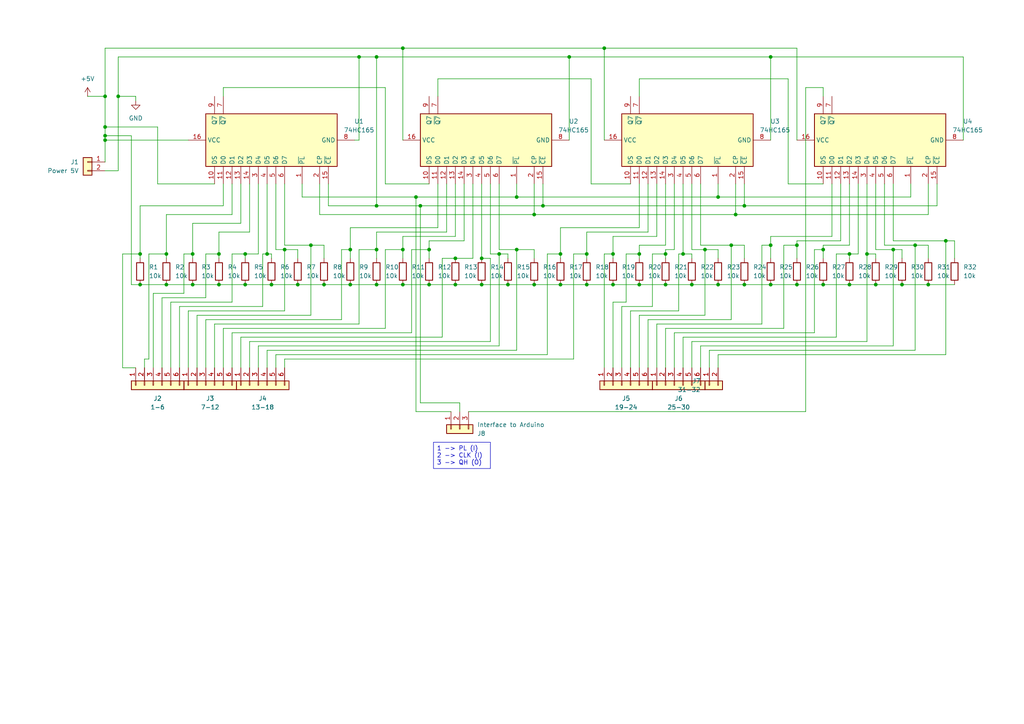
<source format=kicad_sch>
(kicad_sch
	(version 20250114)
	(generator "eeschema")
	(generator_version "9.0")
	(uuid "f293ad68-a0c4-42b4-abfa-e7489e52ee6b")
	(paper "A4")
	(title_block
		(title "Pedalboard_to_arduino_interface")
		(date "2025-07-31")
		(rev "1.0.0")
		(company "Francesco Patti")
		(comment 1 "Copyright (c) 2025")
	)
	(lib_symbols
		(symbol "74xx:74HC165"
			(exclude_from_sim no)
			(in_bom yes)
			(on_board yes)
			(property "Reference" "U"
				(at -7.62 19.05 0)
				(effects
					(font
						(size 1.27 1.27)
					)
				)
			)
			(property "Value" "74HC165"
				(at -7.62 -21.59 0)
				(effects
					(font
						(size 1.27 1.27)
					)
				)
			)
			(property "Footprint" ""
				(at 0 0 0)
				(effects
					(font
						(size 1.27 1.27)
					)
					(hide yes)
				)
			)
			(property "Datasheet" "https://assets.nexperia.com/documents/data-sheet/74HC_HCT165.pdf"
				(at 0 0 0)
				(effects
					(font
						(size 1.27 1.27)
					)
					(hide yes)
				)
			)
			(property "Description" "Shift Register, 8-bit, Parallel Load"
				(at 0 0 0)
				(effects
					(font
						(size 1.27 1.27)
					)
					(hide yes)
				)
			)
			(property "ki_keywords" "8 bit shift register parallel load cmos"
				(at 0 0 0)
				(effects
					(font
						(size 1.27 1.27)
					)
					(hide yes)
				)
			)
			(property "ki_fp_filters" "DIP?16* SO*16*3.9x9.9mm*P1.27mm* SSOP*16*5.3x6.2mm*P0.65mm* TSSOP*16*4.4x5mm*P0.65*"
				(at 0 0 0)
				(effects
					(font
						(size 1.27 1.27)
					)
					(hide yes)
				)
			)
			(symbol "74HC165_1_0"
				(pin input line
					(at -12.7 15.24 0)
					(length 5.08)
					(name "DS"
						(effects
							(font
								(size 1.27 1.27)
							)
						)
					)
					(number "10"
						(effects
							(font
								(size 1.27 1.27)
							)
						)
					)
				)
				(pin input line
					(at -12.7 12.7 0)
					(length 5.08)
					(name "D0"
						(effects
							(font
								(size 1.27 1.27)
							)
						)
					)
					(number "11"
						(effects
							(font
								(size 1.27 1.27)
							)
						)
					)
				)
				(pin input line
					(at -12.7 10.16 0)
					(length 5.08)
					(name "D1"
						(effects
							(font
								(size 1.27 1.27)
							)
						)
					)
					(number "12"
						(effects
							(font
								(size 1.27 1.27)
							)
						)
					)
				)
				(pin input line
					(at -12.7 7.62 0)
					(length 5.08)
					(name "D2"
						(effects
							(font
								(size 1.27 1.27)
							)
						)
					)
					(number "13"
						(effects
							(font
								(size 1.27 1.27)
							)
						)
					)
				)
				(pin input line
					(at -12.7 5.08 0)
					(length 5.08)
					(name "D3"
						(effects
							(font
								(size 1.27 1.27)
							)
						)
					)
					(number "14"
						(effects
							(font
								(size 1.27 1.27)
							)
						)
					)
				)
				(pin input line
					(at -12.7 2.54 0)
					(length 5.08)
					(name "D4"
						(effects
							(font
								(size 1.27 1.27)
							)
						)
					)
					(number "3"
						(effects
							(font
								(size 1.27 1.27)
							)
						)
					)
				)
				(pin input line
					(at -12.7 0 0)
					(length 5.08)
					(name "D5"
						(effects
							(font
								(size 1.27 1.27)
							)
						)
					)
					(number "4"
						(effects
							(font
								(size 1.27 1.27)
							)
						)
					)
				)
				(pin input line
					(at -12.7 -2.54 0)
					(length 5.08)
					(name "D6"
						(effects
							(font
								(size 1.27 1.27)
							)
						)
					)
					(number "5"
						(effects
							(font
								(size 1.27 1.27)
							)
						)
					)
				)
				(pin input line
					(at -12.7 -5.08 0)
					(length 5.08)
					(name "D7"
						(effects
							(font
								(size 1.27 1.27)
							)
						)
					)
					(number "6"
						(effects
							(font
								(size 1.27 1.27)
							)
						)
					)
				)
				(pin input line
					(at -12.7 -10.16 0)
					(length 5.08)
					(name "~{PL}"
						(effects
							(font
								(size 1.27 1.27)
							)
						)
					)
					(number "1"
						(effects
							(font
								(size 1.27 1.27)
							)
						)
					)
				)
				(pin input line
					(at -12.7 -15.24 0)
					(length 5.08)
					(name "CP"
						(effects
							(font
								(size 1.27 1.27)
							)
						)
					)
					(number "2"
						(effects
							(font
								(size 1.27 1.27)
							)
						)
					)
				)
				(pin input line
					(at -12.7 -17.78 0)
					(length 5.08)
					(name "~{CE}"
						(effects
							(font
								(size 1.27 1.27)
							)
						)
					)
					(number "15"
						(effects
							(font
								(size 1.27 1.27)
							)
						)
					)
				)
				(pin power_in line
					(at 0 22.86 270)
					(length 5.08)
					(name "VCC"
						(effects
							(font
								(size 1.27 1.27)
							)
						)
					)
					(number "16"
						(effects
							(font
								(size 1.27 1.27)
							)
						)
					)
				)
				(pin power_in line
					(at 0 -25.4 90)
					(length 5.08)
					(name "GND"
						(effects
							(font
								(size 1.27 1.27)
							)
						)
					)
					(number "8"
						(effects
							(font
								(size 1.27 1.27)
							)
						)
					)
				)
				(pin output line
					(at 12.7 15.24 180)
					(length 5.08)
					(name "Q7"
						(effects
							(font
								(size 1.27 1.27)
							)
						)
					)
					(number "9"
						(effects
							(font
								(size 1.27 1.27)
							)
						)
					)
				)
				(pin output line
					(at 12.7 12.7 180)
					(length 5.08)
					(name "~{Q7}"
						(effects
							(font
								(size 1.27 1.27)
							)
						)
					)
					(number "7"
						(effects
							(font
								(size 1.27 1.27)
							)
						)
					)
				)
			)
			(symbol "74HC165_1_1"
				(rectangle
					(start -7.62 17.78)
					(end 7.62 -20.32)
					(stroke
						(width 0.254)
						(type default)
					)
					(fill
						(type background)
					)
				)
			)
			(embedded_fonts no)
		)
		(symbol "Connector_Generic:Conn_01x02"
			(pin_names
				(offset 1.016)
				(hide yes)
			)
			(exclude_from_sim no)
			(in_bom yes)
			(on_board yes)
			(property "Reference" "J"
				(at 0 2.54 0)
				(effects
					(font
						(size 1.27 1.27)
					)
				)
			)
			(property "Value" "Conn_01x02"
				(at 0 -5.08 0)
				(effects
					(font
						(size 1.27 1.27)
					)
				)
			)
			(property "Footprint" ""
				(at 0 0 0)
				(effects
					(font
						(size 1.27 1.27)
					)
					(hide yes)
				)
			)
			(property "Datasheet" "~"
				(at 0 0 0)
				(effects
					(font
						(size 1.27 1.27)
					)
					(hide yes)
				)
			)
			(property "Description" "Generic connector, single row, 01x02, script generated (kicad-library-utils/schlib/autogen/connector/)"
				(at 0 0 0)
				(effects
					(font
						(size 1.27 1.27)
					)
					(hide yes)
				)
			)
			(property "ki_keywords" "connector"
				(at 0 0 0)
				(effects
					(font
						(size 1.27 1.27)
					)
					(hide yes)
				)
			)
			(property "ki_fp_filters" "Connector*:*_1x??_*"
				(at 0 0 0)
				(effects
					(font
						(size 1.27 1.27)
					)
					(hide yes)
				)
			)
			(symbol "Conn_01x02_1_1"
				(rectangle
					(start -1.27 1.27)
					(end 1.27 -3.81)
					(stroke
						(width 0.254)
						(type default)
					)
					(fill
						(type background)
					)
				)
				(rectangle
					(start -1.27 0.127)
					(end 0 -0.127)
					(stroke
						(width 0.1524)
						(type default)
					)
					(fill
						(type none)
					)
				)
				(rectangle
					(start -1.27 -2.413)
					(end 0 -2.667)
					(stroke
						(width 0.1524)
						(type default)
					)
					(fill
						(type none)
					)
				)
				(pin passive line
					(at -5.08 0 0)
					(length 3.81)
					(name "Pin_1"
						(effects
							(font
								(size 1.27 1.27)
							)
						)
					)
					(number "1"
						(effects
							(font
								(size 1.27 1.27)
							)
						)
					)
				)
				(pin passive line
					(at -5.08 -2.54 0)
					(length 3.81)
					(name "Pin_2"
						(effects
							(font
								(size 1.27 1.27)
							)
						)
					)
					(number "2"
						(effects
							(font
								(size 1.27 1.27)
							)
						)
					)
				)
			)
			(embedded_fonts no)
		)
		(symbol "Connector_Generic:Conn_01x03"
			(pin_names
				(offset 1.016)
				(hide yes)
			)
			(exclude_from_sim no)
			(in_bom yes)
			(on_board yes)
			(property "Reference" "J"
				(at 0 5.08 0)
				(effects
					(font
						(size 1.27 1.27)
					)
				)
			)
			(property "Value" "Conn_01x03"
				(at 0 -5.08 0)
				(effects
					(font
						(size 1.27 1.27)
					)
				)
			)
			(property "Footprint" ""
				(at 0 0 0)
				(effects
					(font
						(size 1.27 1.27)
					)
					(hide yes)
				)
			)
			(property "Datasheet" "~"
				(at 0 0 0)
				(effects
					(font
						(size 1.27 1.27)
					)
					(hide yes)
				)
			)
			(property "Description" "Generic connector, single row, 01x03, script generated (kicad-library-utils/schlib/autogen/connector/)"
				(at 0 0 0)
				(effects
					(font
						(size 1.27 1.27)
					)
					(hide yes)
				)
			)
			(property "ki_keywords" "connector"
				(at 0 0 0)
				(effects
					(font
						(size 1.27 1.27)
					)
					(hide yes)
				)
			)
			(property "ki_fp_filters" "Connector*:*_1x??_*"
				(at 0 0 0)
				(effects
					(font
						(size 1.27 1.27)
					)
					(hide yes)
				)
			)
			(symbol "Conn_01x03_1_1"
				(rectangle
					(start -1.27 3.81)
					(end 1.27 -3.81)
					(stroke
						(width 0.254)
						(type default)
					)
					(fill
						(type background)
					)
				)
				(rectangle
					(start -1.27 2.667)
					(end 0 2.413)
					(stroke
						(width 0.1524)
						(type default)
					)
					(fill
						(type none)
					)
				)
				(rectangle
					(start -1.27 0.127)
					(end 0 -0.127)
					(stroke
						(width 0.1524)
						(type default)
					)
					(fill
						(type none)
					)
				)
				(rectangle
					(start -1.27 -2.413)
					(end 0 -2.667)
					(stroke
						(width 0.1524)
						(type default)
					)
					(fill
						(type none)
					)
				)
				(pin passive line
					(at -5.08 2.54 0)
					(length 3.81)
					(name "Pin_1"
						(effects
							(font
								(size 1.27 1.27)
							)
						)
					)
					(number "1"
						(effects
							(font
								(size 1.27 1.27)
							)
						)
					)
				)
				(pin passive line
					(at -5.08 0 0)
					(length 3.81)
					(name "Pin_2"
						(effects
							(font
								(size 1.27 1.27)
							)
						)
					)
					(number "2"
						(effects
							(font
								(size 1.27 1.27)
							)
						)
					)
				)
				(pin passive line
					(at -5.08 -2.54 0)
					(length 3.81)
					(name "Pin_3"
						(effects
							(font
								(size 1.27 1.27)
							)
						)
					)
					(number "3"
						(effects
							(font
								(size 1.27 1.27)
							)
						)
					)
				)
			)
			(embedded_fonts no)
		)
		(symbol "Connector_Generic:Conn_01x06"
			(pin_names
				(offset 1.016)
				(hide yes)
			)
			(exclude_from_sim no)
			(in_bom yes)
			(on_board yes)
			(property "Reference" "J"
				(at 0 7.62 0)
				(effects
					(font
						(size 1.27 1.27)
					)
				)
			)
			(property "Value" "Conn_01x06"
				(at 0 -10.16 0)
				(effects
					(font
						(size 1.27 1.27)
					)
				)
			)
			(property "Footprint" ""
				(at 0 0 0)
				(effects
					(font
						(size 1.27 1.27)
					)
					(hide yes)
				)
			)
			(property "Datasheet" "~"
				(at 0 0 0)
				(effects
					(font
						(size 1.27 1.27)
					)
					(hide yes)
				)
			)
			(property "Description" "Generic connector, single row, 01x06, script generated (kicad-library-utils/schlib/autogen/connector/)"
				(at 0 0 0)
				(effects
					(font
						(size 1.27 1.27)
					)
					(hide yes)
				)
			)
			(property "ki_keywords" "connector"
				(at 0 0 0)
				(effects
					(font
						(size 1.27 1.27)
					)
					(hide yes)
				)
			)
			(property "ki_fp_filters" "Connector*:*_1x??_*"
				(at 0 0 0)
				(effects
					(font
						(size 1.27 1.27)
					)
					(hide yes)
				)
			)
			(symbol "Conn_01x06_1_1"
				(rectangle
					(start -1.27 6.35)
					(end 1.27 -8.89)
					(stroke
						(width 0.254)
						(type default)
					)
					(fill
						(type background)
					)
				)
				(rectangle
					(start -1.27 5.207)
					(end 0 4.953)
					(stroke
						(width 0.1524)
						(type default)
					)
					(fill
						(type none)
					)
				)
				(rectangle
					(start -1.27 2.667)
					(end 0 2.413)
					(stroke
						(width 0.1524)
						(type default)
					)
					(fill
						(type none)
					)
				)
				(rectangle
					(start -1.27 0.127)
					(end 0 -0.127)
					(stroke
						(width 0.1524)
						(type default)
					)
					(fill
						(type none)
					)
				)
				(rectangle
					(start -1.27 -2.413)
					(end 0 -2.667)
					(stroke
						(width 0.1524)
						(type default)
					)
					(fill
						(type none)
					)
				)
				(rectangle
					(start -1.27 -4.953)
					(end 0 -5.207)
					(stroke
						(width 0.1524)
						(type default)
					)
					(fill
						(type none)
					)
				)
				(rectangle
					(start -1.27 -7.493)
					(end 0 -7.747)
					(stroke
						(width 0.1524)
						(type default)
					)
					(fill
						(type none)
					)
				)
				(pin passive line
					(at -5.08 5.08 0)
					(length 3.81)
					(name "Pin_1"
						(effects
							(font
								(size 1.27 1.27)
							)
						)
					)
					(number "1"
						(effects
							(font
								(size 1.27 1.27)
							)
						)
					)
				)
				(pin passive line
					(at -5.08 2.54 0)
					(length 3.81)
					(name "Pin_2"
						(effects
							(font
								(size 1.27 1.27)
							)
						)
					)
					(number "2"
						(effects
							(font
								(size 1.27 1.27)
							)
						)
					)
				)
				(pin passive line
					(at -5.08 0 0)
					(length 3.81)
					(name "Pin_3"
						(effects
							(font
								(size 1.27 1.27)
							)
						)
					)
					(number "3"
						(effects
							(font
								(size 1.27 1.27)
							)
						)
					)
				)
				(pin passive line
					(at -5.08 -2.54 0)
					(length 3.81)
					(name "Pin_4"
						(effects
							(font
								(size 1.27 1.27)
							)
						)
					)
					(number "4"
						(effects
							(font
								(size 1.27 1.27)
							)
						)
					)
				)
				(pin passive line
					(at -5.08 -5.08 0)
					(length 3.81)
					(name "Pin_5"
						(effects
							(font
								(size 1.27 1.27)
							)
						)
					)
					(number "5"
						(effects
							(font
								(size 1.27 1.27)
							)
						)
					)
				)
				(pin passive line
					(at -5.08 -7.62 0)
					(length 3.81)
					(name "Pin_6"
						(effects
							(font
								(size 1.27 1.27)
							)
						)
					)
					(number "6"
						(effects
							(font
								(size 1.27 1.27)
							)
						)
					)
				)
			)
			(embedded_fonts no)
		)
		(symbol "Device:R"
			(pin_numbers
				(hide yes)
			)
			(pin_names
				(offset 0)
			)
			(exclude_from_sim no)
			(in_bom yes)
			(on_board yes)
			(property "Reference" "R"
				(at 2.032 0 90)
				(effects
					(font
						(size 1.27 1.27)
					)
				)
			)
			(property "Value" "R"
				(at 0 0 90)
				(effects
					(font
						(size 1.27 1.27)
					)
				)
			)
			(property "Footprint" ""
				(at -1.778 0 90)
				(effects
					(font
						(size 1.27 1.27)
					)
					(hide yes)
				)
			)
			(property "Datasheet" "~"
				(at 0 0 0)
				(effects
					(font
						(size 1.27 1.27)
					)
					(hide yes)
				)
			)
			(property "Description" "Resistor"
				(at 0 0 0)
				(effects
					(font
						(size 1.27 1.27)
					)
					(hide yes)
				)
			)
			(property "ki_keywords" "R res resistor"
				(at 0 0 0)
				(effects
					(font
						(size 1.27 1.27)
					)
					(hide yes)
				)
			)
			(property "ki_fp_filters" "R_*"
				(at 0 0 0)
				(effects
					(font
						(size 1.27 1.27)
					)
					(hide yes)
				)
			)
			(symbol "R_0_1"
				(rectangle
					(start -1.016 -2.54)
					(end 1.016 2.54)
					(stroke
						(width 0.254)
						(type default)
					)
					(fill
						(type none)
					)
				)
			)
			(symbol "R_1_1"
				(pin passive line
					(at 0 3.81 270)
					(length 1.27)
					(name "~"
						(effects
							(font
								(size 1.27 1.27)
							)
						)
					)
					(number "1"
						(effects
							(font
								(size 1.27 1.27)
							)
						)
					)
				)
				(pin passive line
					(at 0 -3.81 90)
					(length 1.27)
					(name "~"
						(effects
							(font
								(size 1.27 1.27)
							)
						)
					)
					(number "2"
						(effects
							(font
								(size 1.27 1.27)
							)
						)
					)
				)
			)
			(embedded_fonts no)
		)
		(symbol "power:+5V"
			(power)
			(pin_numbers
				(hide yes)
			)
			(pin_names
				(offset 0)
				(hide yes)
			)
			(exclude_from_sim no)
			(in_bom yes)
			(on_board yes)
			(property "Reference" "#PWR"
				(at 0 -3.81 0)
				(effects
					(font
						(size 1.27 1.27)
					)
					(hide yes)
				)
			)
			(property "Value" "+5V"
				(at 0 3.556 0)
				(effects
					(font
						(size 1.27 1.27)
					)
				)
			)
			(property "Footprint" ""
				(at 0 0 0)
				(effects
					(font
						(size 1.27 1.27)
					)
					(hide yes)
				)
			)
			(property "Datasheet" ""
				(at 0 0 0)
				(effects
					(font
						(size 1.27 1.27)
					)
					(hide yes)
				)
			)
			(property "Description" "Power symbol creates a global label with name \"+5V\""
				(at 0 0 0)
				(effects
					(font
						(size 1.27 1.27)
					)
					(hide yes)
				)
			)
			(property "ki_keywords" "global power"
				(at 0 0 0)
				(effects
					(font
						(size 1.27 1.27)
					)
					(hide yes)
				)
			)
			(symbol "+5V_0_1"
				(polyline
					(pts
						(xy -0.762 1.27) (xy 0 2.54)
					)
					(stroke
						(width 0)
						(type default)
					)
					(fill
						(type none)
					)
				)
				(polyline
					(pts
						(xy 0 2.54) (xy 0.762 1.27)
					)
					(stroke
						(width 0)
						(type default)
					)
					(fill
						(type none)
					)
				)
				(polyline
					(pts
						(xy 0 0) (xy 0 2.54)
					)
					(stroke
						(width 0)
						(type default)
					)
					(fill
						(type none)
					)
				)
			)
			(symbol "+5V_1_1"
				(pin power_in line
					(at 0 0 90)
					(length 0)
					(name "~"
						(effects
							(font
								(size 1.27 1.27)
							)
						)
					)
					(number "1"
						(effects
							(font
								(size 1.27 1.27)
							)
						)
					)
				)
			)
			(embedded_fonts no)
		)
		(symbol "power:GND"
			(power)
			(pin_numbers
				(hide yes)
			)
			(pin_names
				(offset 0)
				(hide yes)
			)
			(exclude_from_sim no)
			(in_bom yes)
			(on_board yes)
			(property "Reference" "#PWR"
				(at 0 -6.35 0)
				(effects
					(font
						(size 1.27 1.27)
					)
					(hide yes)
				)
			)
			(property "Value" "GND"
				(at 0 -3.81 0)
				(effects
					(font
						(size 1.27 1.27)
					)
				)
			)
			(property "Footprint" ""
				(at 0 0 0)
				(effects
					(font
						(size 1.27 1.27)
					)
					(hide yes)
				)
			)
			(property "Datasheet" ""
				(at 0 0 0)
				(effects
					(font
						(size 1.27 1.27)
					)
					(hide yes)
				)
			)
			(property "Description" "Power symbol creates a global label with name \"GND\" , ground"
				(at 0 0 0)
				(effects
					(font
						(size 1.27 1.27)
					)
					(hide yes)
				)
			)
			(property "ki_keywords" "global power"
				(at 0 0 0)
				(effects
					(font
						(size 1.27 1.27)
					)
					(hide yes)
				)
			)
			(symbol "GND_0_1"
				(polyline
					(pts
						(xy 0 0) (xy 0 -1.27) (xy 1.27 -1.27) (xy 0 -2.54) (xy -1.27 -1.27) (xy 0 -1.27)
					)
					(stroke
						(width 0)
						(type default)
					)
					(fill
						(type none)
					)
				)
			)
			(symbol "GND_1_1"
				(pin power_in line
					(at 0 0 270)
					(length 0)
					(name "~"
						(effects
							(font
								(size 1.27 1.27)
							)
						)
					)
					(number "1"
						(effects
							(font
								(size 1.27 1.27)
							)
						)
					)
				)
			)
			(embedded_fonts no)
		)
	)
	(text_box "1 -> PL (I)\n2 -> CLK (I)\n3 -> QH (O)"
		(exclude_from_sim no)
		(at 125.73 128.27 0)
		(size 16.51 7.62)
		(margins 0.9525 0.9525 0.9525 0.9525)
		(stroke
			(width 0)
			(type solid)
		)
		(fill
			(type none)
		)
		(effects
			(font
				(size 1.27 1.27)
			)
			(justify left top)
		)
		(uuid "fccb690a-2762-4ce4-9cb7-87ee264f6c9c")
	)
	(junction
		(at 139.7 82.55)
		(diameter 0)
		(color 0 0 0 0)
		(uuid "0773ad10-5b55-4b03-9ca8-4e1599488a55")
	)
	(junction
		(at 120.65 57.15)
		(diameter 0)
		(color 0 0 0 0)
		(uuid "0af05320-461c-46ea-8922-2b7919f4734d")
	)
	(junction
		(at 157.48 59.69)
		(diameter 0)
		(color 0 0 0 0)
		(uuid "1086728c-2901-4362-be1d-0bc966a81591")
	)
	(junction
		(at 154.94 82.55)
		(diameter 0)
		(color 0 0 0 0)
		(uuid "161df56e-8233-473f-a64c-99b6003d7b3b")
	)
	(junction
		(at 109.22 59.69)
		(diameter 0)
		(color 0 0 0 0)
		(uuid "240a7186-45a0-4ff7-8a8c-42d9641012df")
	)
	(junction
		(at 215.9 59.69)
		(diameter 0)
		(color 0 0 0 0)
		(uuid "24b12697-2c19-435c-8f48-2fcb55508d2b")
	)
	(junction
		(at 254 82.55)
		(diameter 0)
		(color 0 0 0 0)
		(uuid "26861195-c608-407c-b850-77552590a94b")
	)
	(junction
		(at 82.55 72.39)
		(diameter 0)
		(color 0 0 0 0)
		(uuid "29db26b9-2192-46b5-a71d-cd09bd97a454")
	)
	(junction
		(at 177.8 82.55)
		(diameter 0)
		(color 0 0 0 0)
		(uuid "2ddab02a-48e4-4f25-b20b-5f25d70c8692")
	)
	(junction
		(at 175.26 13.97)
		(diameter 0)
		(color 0 0 0 0)
		(uuid "3a47261e-71cc-4ebf-9fe5-0c95b9b14c86")
	)
	(junction
		(at 40.64 82.55)
		(diameter 0)
		(color 0 0 0 0)
		(uuid "3bc52ac7-591e-46df-bc8e-da5cda6a5ecb")
	)
	(junction
		(at 93.98 82.55)
		(diameter 0)
		(color 0 0 0 0)
		(uuid "3d161f5c-0056-4661-bf4f-5a18e82edd6d")
	)
	(junction
		(at 274.32 69.85)
		(diameter 0)
		(color 0 0 0 0)
		(uuid "3d23df1f-f5dd-4c0d-bd64-fbae6eb451c4")
	)
	(junction
		(at 71.12 73.66)
		(diameter 0)
		(color 0 0 0 0)
		(uuid "4315edd4-94f6-41e9-9743-dd96aac76585")
	)
	(junction
		(at 231.14 71.12)
		(diameter 0)
		(color 0 0 0 0)
		(uuid "44cdea83-f50a-47e2-9d96-9e69b387550c")
	)
	(junction
		(at 223.52 16.51)
		(diameter 0)
		(color 0 0 0 0)
		(uuid "452d30af-932f-44e8-bff2-4edaec170ea2")
	)
	(junction
		(at 30.48 27.94)
		(diameter 0)
		(color 0 0 0 0)
		(uuid "45e5e9ad-cc88-41e0-a1eb-23d832855ff1")
	)
	(junction
		(at 154.94 62.23)
		(diameter 0)
		(color 0 0 0 0)
		(uuid "466a5f87-b1bf-46eb-9bd0-5ac7cc326b40")
	)
	(junction
		(at 147.32 82.55)
		(diameter 0)
		(color 0 0 0 0)
		(uuid "4869163c-2af2-4d8b-9e4f-6138fe481153")
	)
	(junction
		(at 116.84 82.55)
		(diameter 0)
		(color 0 0 0 0)
		(uuid "4b99d479-db3d-4b78-9794-d955df5989e6")
	)
	(junction
		(at 132.08 74.93)
		(diameter 0)
		(color 0 0 0 0)
		(uuid "4f22b767-a836-40c5-9a44-a1d3887cba9d")
	)
	(junction
		(at 63.5 73.66)
		(diameter 0)
		(color 0 0 0 0)
		(uuid "52393a1b-ed3e-472e-a2ff-d997731139bc")
	)
	(junction
		(at 71.12 82.55)
		(diameter 0)
		(color 0 0 0 0)
		(uuid "54b4f2e1-6676-4890-9f7a-77586e1ec163")
	)
	(junction
		(at 116.84 13.97)
		(diameter 0)
		(color 0 0 0 0)
		(uuid "56fe2f2f-7a93-46fb-834a-39eda110c899")
	)
	(junction
		(at 170.18 82.55)
		(diameter 0)
		(color 0 0 0 0)
		(uuid "5706de30-3086-432c-8571-7f5214c5372b")
	)
	(junction
		(at 30.48 39.37)
		(diameter 0)
		(color 0 0 0 0)
		(uuid "5dd09f93-6de9-4ff4-b593-8f7a3997de6c")
	)
	(junction
		(at 251.46 73.66)
		(diameter 0)
		(color 0 0 0 0)
		(uuid "5fdea5ca-d62b-4b56-9554-8de5d72c5781")
	)
	(junction
		(at 170.18 73.66)
		(diameter 0)
		(color 0 0 0 0)
		(uuid "61c02593-f14d-4dd1-9191-f825c24715c8")
	)
	(junction
		(at 124.46 82.55)
		(diameter 0)
		(color 0 0 0 0)
		(uuid "65a72abb-8936-4d52-863d-1eda1c1497a2")
	)
	(junction
		(at 208.28 57.15)
		(diameter 0)
		(color 0 0 0 0)
		(uuid "68cb553e-6313-4d90-a16f-a6dc722ee868")
	)
	(junction
		(at 109.22 82.55)
		(diameter 0)
		(color 0 0 0 0)
		(uuid "68ef02cd-ccff-4eca-9a7a-01d97846a295")
	)
	(junction
		(at 132.08 82.55)
		(diameter 0)
		(color 0 0 0 0)
		(uuid "6a369d88-d739-40b1-96ce-de89ba21fb31")
	)
	(junction
		(at 165.1 16.51)
		(diameter 0)
		(color 0 0 0 0)
		(uuid "6ba710b2-53cc-4045-ade5-005f6e904407")
	)
	(junction
		(at 101.6 72.39)
		(diameter 0)
		(color 0 0 0 0)
		(uuid "6c57b8d8-391e-4d40-80e3-ab1cc508cef3")
	)
	(junction
		(at 162.56 82.55)
		(diameter 0)
		(color 0 0 0 0)
		(uuid "6d6e9461-836f-47d3-9ee7-10d508667153")
	)
	(junction
		(at 86.36 82.55)
		(diameter 0)
		(color 0 0 0 0)
		(uuid "71ee9c93-6993-41dc-96b8-9648b0234b59")
	)
	(junction
		(at 223.52 71.12)
		(diameter 0)
		(color 0 0 0 0)
		(uuid "71f89547-879b-452b-a802-545ead70005e")
	)
	(junction
		(at 162.56 73.66)
		(diameter 0)
		(color 0 0 0 0)
		(uuid "747228cb-b447-44c0-9dff-53b9781ace4f")
	)
	(junction
		(at 198.12 73.66)
		(diameter 0)
		(color 0 0 0 0)
		(uuid "75ac2873-c868-4ce5-8bde-3d528ecd267a")
	)
	(junction
		(at 238.76 82.55)
		(diameter 0)
		(color 0 0 0 0)
		(uuid "75caa6d2-848e-4760-b020-4cdbee44f9cf")
	)
	(junction
		(at 185.42 82.55)
		(diameter 0)
		(color 0 0 0 0)
		(uuid "767bf889-c6d7-4089-ba00-7ccca8adfae0")
	)
	(junction
		(at 109.22 16.51)
		(diameter 0)
		(color 0 0 0 0)
		(uuid "791ff24f-0d0b-4264-8b8d-2bf93e82c9dd")
	)
	(junction
		(at 246.38 82.55)
		(diameter 0)
		(color 0 0 0 0)
		(uuid "7aa60c04-ae9c-4d54-b109-b26a96f743fb")
	)
	(junction
		(at 269.24 82.55)
		(diameter 0)
		(color 0 0 0 0)
		(uuid "7baa4206-e8f7-4b04-a94a-972be4f7339a")
	)
	(junction
		(at 77.47 73.66)
		(diameter 0)
		(color 0 0 0 0)
		(uuid "7d5248f6-bc03-40e0-bb94-48f055c03ad6")
	)
	(junction
		(at 200.66 82.55)
		(diameter 0)
		(color 0 0 0 0)
		(uuid "8725d6b8-ba19-4a92-94fe-cc081a39f397")
	)
	(junction
		(at 48.26 73.66)
		(diameter 0)
		(color 0 0 0 0)
		(uuid "87994265-e997-4d7a-bee3-62e910206026")
	)
	(junction
		(at 124.46 72.39)
		(diameter 0)
		(color 0 0 0 0)
		(uuid "8a2f52aa-1330-4a9c-8da8-a5657c08e76f")
	)
	(junction
		(at 177.8 73.66)
		(diameter 0)
		(color 0 0 0 0)
		(uuid "8a87c64b-ee1c-47c6-82a0-b0409bc62e13")
	)
	(junction
		(at 30.48 36.83)
		(diameter 0)
		(color 0 0 0 0)
		(uuid "8a883733-0f36-49be-b4d4-5d7739a0d9de")
	)
	(junction
		(at 55.88 73.66)
		(diameter 0)
		(color 0 0 0 0)
		(uuid "8d1d47b8-b0fc-4786-b433-6876f637c5e2")
	)
	(junction
		(at 215.9 82.55)
		(diameter 0)
		(color 0 0 0 0)
		(uuid "8d959a1b-c6aa-42b1-a04a-dca29527e028")
	)
	(junction
		(at 144.78 73.66)
		(diameter 0)
		(color 0 0 0 0)
		(uuid "8df45efc-45c0-46d0-8480-73ff0891c107")
	)
	(junction
		(at 261.62 82.55)
		(diameter 0)
		(color 0 0 0 0)
		(uuid "8ef248f9-8c02-4e7e-8078-83fcfb8ab9ce")
	)
	(junction
		(at 265.43 71.12)
		(diameter 0)
		(color 0 0 0 0)
		(uuid "900d5c6c-28f9-4e1d-930c-16d1921e01a0")
	)
	(junction
		(at 204.47 72.39)
		(diameter 0)
		(color 0 0 0 0)
		(uuid "91cb432e-290a-40d0-8c47-716dc51b3e36")
	)
	(junction
		(at 90.17 71.12)
		(diameter 0)
		(color 0 0 0 0)
		(uuid "9595cfc7-0107-4b9e-8e7c-9d0c0b0badae")
	)
	(junction
		(at 104.14 16.51)
		(diameter 0)
		(color 0 0 0 0)
		(uuid "972d6594-2aec-4546-9488-6167090869c6")
	)
	(junction
		(at 116.84 72.39)
		(diameter 0)
		(color 0 0 0 0)
		(uuid "98322800-6cc5-41a3-a016-708a07e971fd")
	)
	(junction
		(at 193.04 82.55)
		(diameter 0)
		(color 0 0 0 0)
		(uuid "983bf5a0-c250-4f8f-ae17-7761d4334305")
	)
	(junction
		(at 48.26 82.55)
		(diameter 0)
		(color 0 0 0 0)
		(uuid "984836b7-a00b-4124-9b84-09221fc584f1")
	)
	(junction
		(at 30.48 40.64)
		(diameter 0)
		(color 0 0 0 0)
		(uuid "9a3d7500-4882-47c3-bf94-386ade6ba623")
	)
	(junction
		(at 246.38 73.66)
		(diameter 0)
		(color 0 0 0 0)
		(uuid "a768dc02-580e-4534-95b8-f665a9c55416")
	)
	(junction
		(at 223.52 82.55)
		(diameter 0)
		(color 0 0 0 0)
		(uuid "ab772760-b702-4e50-ac35-109a8e35463a")
	)
	(junction
		(at 139.7 74.93)
		(diameter 0)
		(color 0 0 0 0)
		(uuid "ab85762d-e56b-4ac6-84b8-a6f50c55a8c5")
	)
	(junction
		(at 40.64 73.66)
		(diameter 0)
		(color 0 0 0 0)
		(uuid "ba6bbd78-d5da-48a8-a0cc-27d0f8c92cf1")
	)
	(junction
		(at 259.08 72.39)
		(diameter 0)
		(color 0 0 0 0)
		(uuid "bd0c6b4d-f6db-4f9a-9b80-69463410cb2b")
	)
	(junction
		(at 193.04 73.66)
		(diameter 0)
		(color 0 0 0 0)
		(uuid "beb4898f-2a88-4ca5-92b7-508cf61848ce")
	)
	(junction
		(at 149.86 72.39)
		(diameter 0)
		(color 0 0 0 0)
		(uuid "befec5a4-9541-416e-b052-ca57c9284c61")
	)
	(junction
		(at 34.29 27.94)
		(diameter 0)
		(color 0 0 0 0)
		(uuid "c258c11e-fec3-4342-b68e-8084be6d7b70")
	)
	(junction
		(at 238.76 72.39)
		(diameter 0)
		(color 0 0 0 0)
		(uuid "c933ca0b-8785-4e51-a0d0-606e5a276659")
	)
	(junction
		(at 101.6 82.55)
		(diameter 0)
		(color 0 0 0 0)
		(uuid "cb614a70-c2fe-4ecd-9cc5-67da9bab5685")
	)
	(junction
		(at 109.22 72.39)
		(diameter 0)
		(color 0 0 0 0)
		(uuid "d2709255-68cb-4997-9332-3c6142d9a128")
	)
	(junction
		(at 208.28 82.55)
		(diameter 0)
		(color 0 0 0 0)
		(uuid "da69e62c-1f36-462c-a76d-d731b0932538")
	)
	(junction
		(at 55.88 82.55)
		(diameter 0)
		(color 0 0 0 0)
		(uuid "e05a23ba-3427-46eb-8325-5a35a2ceff95")
	)
	(junction
		(at 213.36 62.23)
		(diameter 0)
		(color 0 0 0 0)
		(uuid "e08b6323-da4b-4a3f-9dc1-982ce15d4e67")
	)
	(junction
		(at 231.14 82.55)
		(diameter 0)
		(color 0 0 0 0)
		(uuid "e45ee752-5e2e-44f9-96bc-c5e5487665a6")
	)
	(junction
		(at 212.09 71.12)
		(diameter 0)
		(color 0 0 0 0)
		(uuid "e658c757-0e8f-47cb-b81b-264e312c3bad")
	)
	(junction
		(at 121.92 59.69)
		(diameter 0)
		(color 0 0 0 0)
		(uuid "e6dfd515-a9e0-404c-bd1b-694932a55b07")
	)
	(junction
		(at 63.5 82.55)
		(diameter 0)
		(color 0 0 0 0)
		(uuid "e7bd0bbf-dc69-474f-999d-151e7bc74cc2")
	)
	(junction
		(at 185.42 73.66)
		(diameter 0)
		(color 0 0 0 0)
		(uuid "ebfff52c-9fc7-442b-b680-41f16b97e05f")
	)
	(junction
		(at 78.74 82.55)
		(diameter 0)
		(color 0 0 0 0)
		(uuid "f28ec910-47fb-4f26-9d85-d31c072d1b47")
	)
	(junction
		(at 149.86 57.15)
		(diameter 0)
		(color 0 0 0 0)
		(uuid "fb1c2095-e698-4f3e-a0e0-9adfde33bdc7")
	)
	(wire
		(pts
			(xy 200.66 99.06) (xy 251.46 99.06)
		)
		(stroke
			(width 0)
			(type default)
		)
		(uuid "000eb9cb-456f-466b-b3b3-879fa5198fcf")
	)
	(wire
		(pts
			(xy 170.18 67.31) (xy 170.18 73.66)
		)
		(stroke
			(width 0)
			(type default)
		)
		(uuid "00d38a5b-e7c3-4e40-9493-4b2ec7491cc1")
	)
	(wire
		(pts
			(xy 215.9 59.69) (xy 215.9 53.34)
		)
		(stroke
			(width 0)
			(type default)
		)
		(uuid "017f6f89-0233-464d-8d96-7026dd481c6d")
	)
	(wire
		(pts
			(xy 109.22 72.39) (xy 109.22 74.93)
		)
		(stroke
			(width 0)
			(type default)
		)
		(uuid "01a7ddd7-14d8-43ae-810d-7372cd67ab57")
	)
	(wire
		(pts
			(xy 119.38 96.52) (xy 119.38 72.39)
		)
		(stroke
			(width 0)
			(type default)
		)
		(uuid "01f3b09a-1c48-4540-b4c3-90ada2636362")
	)
	(wire
		(pts
			(xy 271.78 59.69) (xy 271.78 53.34)
		)
		(stroke
			(width 0)
			(type default)
		)
		(uuid "02b91b93-ec1d-44a4-b11b-dcbe7588ac05")
	)
	(wire
		(pts
			(xy 76.2 88.9) (xy 76.2 73.66)
		)
		(stroke
			(width 0)
			(type default)
		)
		(uuid "02ff97e6-beb4-4091-a1fb-91198c9af259")
	)
	(wire
		(pts
			(xy 55.88 64.77) (xy 69.85 64.77)
		)
		(stroke
			(width 0)
			(type default)
		)
		(uuid "03004152-e9b0-4533-9f29-72cd81445c9a")
	)
	(wire
		(pts
			(xy 165.1 16.51) (xy 223.52 16.51)
		)
		(stroke
			(width 0)
			(type default)
		)
		(uuid "053e7389-b243-4622-8242-a07b57324522")
	)
	(wire
		(pts
			(xy 269.24 82.55) (xy 276.86 82.55)
		)
		(stroke
			(width 0)
			(type default)
		)
		(uuid "0566cd4a-3f60-46d5-8d24-2c0aa96ffa76")
	)
	(wire
		(pts
			(xy 238.76 71.12) (xy 246.38 71.12)
		)
		(stroke
			(width 0)
			(type default)
		)
		(uuid "05797eb4-7aa9-435c-b9d7-b84ea4b61087")
	)
	(wire
		(pts
			(xy 200.66 53.34) (xy 200.66 72.39)
		)
		(stroke
			(width 0)
			(type default)
		)
		(uuid "064c3fae-60de-4bf0-b2ee-4fc91084a40f")
	)
	(wire
		(pts
			(xy 38.1 39.37) (xy 38.1 82.55)
		)
		(stroke
			(width 0)
			(type default)
		)
		(uuid "0691b7dc-a32f-4284-94d6-60824e51d0f0")
	)
	(wire
		(pts
			(xy 157.48 53.34) (xy 157.48 59.69)
		)
		(stroke
			(width 0)
			(type default)
		)
		(uuid "071e16af-480e-4fc0-ae1d-1046dc3917bf")
	)
	(wire
		(pts
			(xy 59.69 106.68) (xy 59.69 92.71)
		)
		(stroke
			(width 0)
			(type default)
		)
		(uuid "088d291b-64bb-4955-8306-80afb5d77283")
	)
	(wire
		(pts
			(xy 109.22 82.55) (xy 116.84 82.55)
		)
		(stroke
			(width 0)
			(type default)
		)
		(uuid "08b5f9de-0571-4a2b-b222-6a8a44c5ac4f")
	)
	(wire
		(pts
			(xy 193.04 82.55) (xy 200.66 82.55)
		)
		(stroke
			(width 0)
			(type default)
		)
		(uuid "0932976d-3170-4db2-a7dc-1a6be0f4e5fc")
	)
	(wire
		(pts
			(xy 220.98 71.12) (xy 223.52 71.12)
		)
		(stroke
			(width 0)
			(type default)
		)
		(uuid "0968f94d-a872-4526-89cd-9f8133190769")
	)
	(wire
		(pts
			(xy 34.29 27.94) (xy 39.37 27.94)
		)
		(stroke
			(width 0)
			(type default)
		)
		(uuid "0a4288f7-4027-47ef-94a3-af135bc21fde")
	)
	(wire
		(pts
			(xy 43.18 104.14) (xy 41.91 104.14)
		)
		(stroke
			(width 0)
			(type default)
		)
		(uuid "0a55f2d4-7c50-425e-a97b-3056429a7a10")
	)
	(wire
		(pts
			(xy 30.48 13.97) (xy 116.84 13.97)
		)
		(stroke
			(width 0)
			(type default)
		)
		(uuid "0b177429-7b7c-40be-b40f-14ee299d14e8")
	)
	(wire
		(pts
			(xy 261.62 82.55) (xy 269.24 82.55)
		)
		(stroke
			(width 0)
			(type default)
		)
		(uuid "0b478458-1702-4cb9-b75d-d3280f786944")
	)
	(wire
		(pts
			(xy 147.32 82.55) (xy 154.94 82.55)
		)
		(stroke
			(width 0)
			(type default)
		)
		(uuid "0e733bb4-feb0-41a9-8a7b-b7a3d0f4f4c2")
	)
	(wire
		(pts
			(xy 251.46 99.06) (xy 251.46 73.66)
		)
		(stroke
			(width 0)
			(type default)
		)
		(uuid "0eecf246-3982-4f13-9369-5f2616fcc556")
	)
	(wire
		(pts
			(xy 203.2 71.12) (xy 212.09 71.12)
		)
		(stroke
			(width 0)
			(type default)
		)
		(uuid "0f75cdba-c329-4ac8-b70d-c9e4846127ff")
	)
	(wire
		(pts
			(xy 132.08 53.34) (xy 132.08 68.58)
		)
		(stroke
			(width 0)
			(type default)
		)
		(uuid "0f921444-b9ae-4110-ad49-ba7c17e1c346")
	)
	(wire
		(pts
			(xy 92.71 62.23) (xy 154.94 62.23)
		)
		(stroke
			(width 0)
			(type default)
		)
		(uuid "0fee7c41-a548-4828-ac16-4b2cd08764d0")
	)
	(wire
		(pts
			(xy 55.88 64.77) (xy 55.88 73.66)
		)
		(stroke
			(width 0)
			(type default)
		)
		(uuid "123e5336-babf-4d8f-8f32-386a888d23f0")
	)
	(wire
		(pts
			(xy 144.78 72.39) (xy 149.86 72.39)
		)
		(stroke
			(width 0)
			(type default)
		)
		(uuid "12a44a4e-48f2-453c-8e3e-93713cb157b6")
	)
	(wire
		(pts
			(xy 198.12 97.79) (xy 242.57 97.79)
		)
		(stroke
			(width 0)
			(type default)
		)
		(uuid "12d31014-340b-4b3f-b6bc-b4d0888160e8")
	)
	(wire
		(pts
			(xy 30.48 40.64) (xy 30.48 46.99)
		)
		(stroke
			(width 0)
			(type default)
		)
		(uuid "1338c89d-6b5a-4be3-b324-f7edc57ba73f")
	)
	(wire
		(pts
			(xy 238.76 25.4) (xy 233.68 25.4)
		)
		(stroke
			(width 0)
			(type default)
		)
		(uuid "139bba34-07db-46ca-ab37-66c831659004")
	)
	(wire
		(pts
			(xy 45.72 53.34) (xy 45.72 36.83)
		)
		(stroke
			(width 0)
			(type default)
		)
		(uuid "13b7b610-6224-4663-b062-84a7a2eb300c")
	)
	(wire
		(pts
			(xy 59.69 86.36) (xy 46.99 86.36)
		)
		(stroke
			(width 0)
			(type default)
		)
		(uuid "13cd2d2e-b699-4420-812d-d4ee8c9a1377")
	)
	(wire
		(pts
			(xy 193.04 72.39) (xy 193.04 73.66)
		)
		(stroke
			(width 0)
			(type default)
		)
		(uuid "1410aa1d-a37f-423c-a68f-2ccf25e515d3")
	)
	(wire
		(pts
			(xy 82.55 53.34) (xy 82.55 71.12)
		)
		(stroke
			(width 0)
			(type default)
		)
		(uuid "145a259b-1499-4e76-b496-229945de999f")
	)
	(wire
		(pts
			(xy 64.77 27.94) (xy 64.77 25.4)
		)
		(stroke
			(width 0)
			(type default)
		)
		(uuid "14769764-e37a-42c3-bec7-93b3c01c5399")
	)
	(wire
		(pts
			(xy 208.28 57.15) (xy 264.16 57.15)
		)
		(stroke
			(width 0)
			(type default)
		)
		(uuid "193e8f6b-19d8-4b94-abb7-401af4c98fe5")
	)
	(wire
		(pts
			(xy 82.55 90.17) (xy 82.55 72.39)
		)
		(stroke
			(width 0)
			(type default)
		)
		(uuid "1953ab32-5399-4fd3-bad1-38b418f190fa")
	)
	(wire
		(pts
			(xy 54.61 40.64) (xy 30.48 40.64)
		)
		(stroke
			(width 0)
			(type default)
		)
		(uuid "19ed029c-b84f-49d8-bba5-475370e72e31")
	)
	(wire
		(pts
			(xy 80.01 106.68) (xy 80.01 102.87)
		)
		(stroke
			(width 0)
			(type default)
		)
		(uuid "1b65f569-0c2c-4d84-8d67-acef15e320fb")
	)
	(wire
		(pts
			(xy 166.37 104.14) (xy 166.37 73.66)
		)
		(stroke
			(width 0)
			(type default)
		)
		(uuid "1b724f4c-3c8b-4b9d-8e65-a481121dd26c")
	)
	(wire
		(pts
			(xy 142.24 73.66) (xy 144.78 73.66)
		)
		(stroke
			(width 0)
			(type default)
		)
		(uuid "1c2d3b6c-13cc-4a7a-bfda-4f072843c6cc")
	)
	(wire
		(pts
			(xy 78.74 73.66) (xy 78.74 74.93)
		)
		(stroke
			(width 0)
			(type default)
		)
		(uuid "1cac8353-66f3-4b90-8c02-20180e98623a")
	)
	(wire
		(pts
			(xy 185.42 22.86) (xy 228.6 22.86)
		)
		(stroke
			(width 0)
			(type default)
		)
		(uuid "1cd88f40-fdd1-480c-970c-cac32d0dd823")
	)
	(wire
		(pts
			(xy 193.04 106.68) (xy 193.04 95.25)
		)
		(stroke
			(width 0)
			(type default)
		)
		(uuid "1f609197-7be5-480a-b72c-989a2cd81e10")
	)
	(wire
		(pts
			(xy 71.12 73.66) (xy 71.12 74.93)
		)
		(stroke
			(width 0)
			(type default)
		)
		(uuid "21a48f89-2591-4a48-8e46-6b7339ef53e6")
	)
	(wire
		(pts
			(xy 63.5 67.31) (xy 63.5 73.66)
		)
		(stroke
			(width 0)
			(type default)
		)
		(uuid "228eee9f-79e6-4e0a-8df0-009f4b3559d8")
	)
	(wire
		(pts
			(xy 193.04 95.25) (xy 227.33 95.25)
		)
		(stroke
			(width 0)
			(type default)
		)
		(uuid "23b08827-52e4-4d41-9680-2cd27a9c3999")
	)
	(wire
		(pts
			(xy 175.26 13.97) (xy 175.26 40.64)
		)
		(stroke
			(width 0)
			(type default)
		)
		(uuid "23f18dd4-d6c2-48e4-810f-ce85c99d15a3")
	)
	(wire
		(pts
			(xy 181.61 87.63) (xy 181.61 73.66)
		)
		(stroke
			(width 0)
			(type default)
		)
		(uuid "241d983d-b62e-47ca-9155-f551c1d67cb7")
	)
	(wire
		(pts
			(xy 269.24 71.12) (xy 265.43 71.12)
		)
		(stroke
			(width 0)
			(type default)
		)
		(uuid "25021944-f54d-47d1-99da-58349ac943a6")
	)
	(wire
		(pts
			(xy 124.46 72.39) (xy 124.46 74.93)
		)
		(stroke
			(width 0)
			(type default)
		)
		(uuid "253f2769-ff51-43c9-9a1e-18fc3b52270d")
	)
	(wire
		(pts
			(xy 185.42 106.68) (xy 185.42 91.44)
		)
		(stroke
			(width 0)
			(type default)
		)
		(uuid "2596304a-9b1b-400c-a7e7-e54796ffa20d")
	)
	(wire
		(pts
			(xy 74.93 73.66) (xy 74.93 53.34)
		)
		(stroke
			(width 0)
			(type default)
		)
		(uuid "25be7d3d-4c40-4ade-90a0-7e4fe51bb0c3")
	)
	(wire
		(pts
			(xy 109.22 67.31) (xy 109.22 72.39)
		)
		(stroke
			(width 0)
			(type default)
		)
		(uuid "2638a0f5-85a1-4cd9-9b4e-8d3bc6cdfa3b")
	)
	(wire
		(pts
			(xy 127 53.34) (xy 127 66.04)
		)
		(stroke
			(width 0)
			(type default)
		)
		(uuid "26eae832-6e70-455d-a1c3-0491f70c8fdb")
	)
	(wire
		(pts
			(xy 137.16 74.93) (xy 132.08 74.93)
		)
		(stroke
			(width 0)
			(type default)
		)
		(uuid "2c0dbd6c-b701-45e3-ad5a-bd67436a32c1")
	)
	(wire
		(pts
			(xy 53.34 85.09) (xy 44.45 85.09)
		)
		(stroke
			(width 0)
			(type default)
		)
		(uuid "2c26927f-7ed2-46ec-983f-e360be065eca")
	)
	(wire
		(pts
			(xy 67.31 53.34) (xy 67.31 62.23)
		)
		(stroke
			(width 0)
			(type default)
		)
		(uuid "2cca11a8-71ab-4cb5-9221-ea89c92ae9a4")
	)
	(wire
		(pts
			(xy 238.76 25.4) (xy 238.76 27.94)
		)
		(stroke
			(width 0)
			(type default)
		)
		(uuid "2cfa9307-2214-4d56-acbe-ddae53b92239")
	)
	(wire
		(pts
			(xy 200.66 82.55) (xy 208.28 82.55)
		)
		(stroke
			(width 0)
			(type default)
		)
		(uuid "2e2d515f-8512-4fde-80e4-b40146dc635e")
	)
	(wire
		(pts
			(xy 40.64 59.69) (xy 40.64 73.66)
		)
		(stroke
			(width 0)
			(type default)
		)
		(uuid "2e569929-4354-4af2-9cc2-dd9630de4a6f")
	)
	(wire
		(pts
			(xy 120.65 57.15) (xy 149.86 57.15)
		)
		(stroke
			(width 0)
			(type default)
		)
		(uuid "2e8e3a72-001d-405c-8e6f-2a9d2460de5c")
	)
	(wire
		(pts
			(xy 48.26 82.55) (xy 55.88 82.55)
		)
		(stroke
			(width 0)
			(type default)
		)
		(uuid "2efed468-1423-43ba-af39-75af1fc45e39")
	)
	(wire
		(pts
			(xy 144.78 73.66) (xy 147.32 73.66)
		)
		(stroke
			(width 0)
			(type default)
		)
		(uuid "2f061b39-c10f-4d7e-be00-ee80f73ac7c9")
	)
	(wire
		(pts
			(xy 175.26 106.68) (xy 175.26 73.66)
		)
		(stroke
			(width 0)
			(type default)
		)
		(uuid "3050660c-7563-419d-a87b-48efc5520e70")
	)
	(wire
		(pts
			(xy 59.69 92.71) (xy 99.06 92.71)
		)
		(stroke
			(width 0)
			(type default)
		)
		(uuid "305225e8-6c6d-466f-9585-fb0236c11dfd")
	)
	(wire
		(pts
			(xy 40.64 73.66) (xy 40.64 74.93)
		)
		(stroke
			(width 0)
			(type default)
		)
		(uuid "30557e45-b183-4add-8f2b-ab4817025ce3")
	)
	(wire
		(pts
			(xy 238.76 82.55) (xy 246.38 82.55)
		)
		(stroke
			(width 0)
			(type default)
		)
		(uuid "30794274-b66a-4112-a26d-c7cc3d4fa4db")
	)
	(wire
		(pts
			(xy 134.62 53.34) (xy 134.62 69.85)
		)
		(stroke
			(width 0)
			(type default)
		)
		(uuid "3126a277-9b3e-49d1-830d-d81f04cf174b")
	)
	(wire
		(pts
			(xy 185.42 73.66) (xy 185.42 74.93)
		)
		(stroke
			(width 0)
			(type default)
		)
		(uuid "32a9244f-634d-474a-8b67-6383154b4eba")
	)
	(wire
		(pts
			(xy 44.45 85.09) (xy 44.45 106.68)
		)
		(stroke
			(width 0)
			(type default)
		)
		(uuid "332ae869-330e-4a5f-82b6-2dd5317ad6ad")
	)
	(wire
		(pts
			(xy 142.24 99.06) (xy 142.24 74.93)
		)
		(stroke
			(width 0)
			(type default)
		)
		(uuid "3483af22-b930-4ba0-83c0-2efe3eaded53")
	)
	(wire
		(pts
			(xy 30.48 49.53) (xy 34.29 49.53)
		)
		(stroke
			(width 0)
			(type default)
		)
		(uuid "3626e5c0-f050-4d39-8b72-aa4594c4fc6f")
	)
	(wire
		(pts
			(xy 101.6 72.39) (xy 101.6 74.93)
		)
		(stroke
			(width 0)
			(type default)
		)
		(uuid "36b5eefc-c8c7-44a3-aa36-4e01218338f7")
	)
	(wire
		(pts
			(xy 215.9 59.69) (xy 271.78 59.69)
		)
		(stroke
			(width 0)
			(type default)
		)
		(uuid "36c2ec6a-a0bf-4ab0-a9c0-e44e5b530e6e")
	)
	(wire
		(pts
			(xy 77.47 53.34) (xy 77.47 73.66)
		)
		(stroke
			(width 0)
			(type default)
		)
		(uuid "3895d799-8be4-4907-a4ce-035941cdf049")
	)
	(wire
		(pts
			(xy 80.01 102.87) (xy 158.75 102.87)
		)
		(stroke
			(width 0)
			(type default)
		)
		(uuid "38a07599-c021-4068-bd83-5f7efd42fd32")
	)
	(wire
		(pts
			(xy 128.27 74.93) (xy 132.08 74.93)
		)
		(stroke
			(width 0)
			(type default)
		)
		(uuid "38f68852-39e7-4d43-b9db-4b5dc3e80f32")
	)
	(wire
		(pts
			(xy 62.23 93.98) (xy 104.14 93.98)
		)
		(stroke
			(width 0)
			(type default)
		)
		(uuid "3a0b968e-130e-4c81-bde5-1749b599a74f")
	)
	(wire
		(pts
			(xy 177.8 87.63) (xy 181.61 87.63)
		)
		(stroke
			(width 0)
			(type default)
		)
		(uuid "3b791e94-cc23-4943-912e-59325165baf8")
	)
	(wire
		(pts
			(xy 86.36 82.55) (xy 93.98 82.55)
		)
		(stroke
			(width 0)
			(type default)
		)
		(uuid "3b7b23c4-3d61-41e5-9329-c724ec38cfac")
	)
	(wire
		(pts
			(xy 74.93 106.68) (xy 74.93 100.33)
		)
		(stroke
			(width 0)
			(type default)
		)
		(uuid "3be6e3e4-bf7a-4477-a0a1-5c232045ba38")
	)
	(wire
		(pts
			(xy 104.14 93.98) (xy 104.14 72.39)
		)
		(stroke
			(width 0)
			(type default)
		)
		(uuid "3d1313d8-6d2b-4575-a4c0-e3d3161f4bf0")
	)
	(wire
		(pts
			(xy 166.37 73.66) (xy 170.18 73.66)
		)
		(stroke
			(width 0)
			(type default)
		)
		(uuid "3db051e9-9532-4a6a-b4e7-9100372d69f5")
	)
	(wire
		(pts
			(xy 185.42 91.44) (xy 204.47 91.44)
		)
		(stroke
			(width 0)
			(type default)
		)
		(uuid "3e32faa0-04ae-4174-a620-ae0b4deb8b37")
	)
	(wire
		(pts
			(xy 87.63 53.34) (xy 87.63 57.15)
		)
		(stroke
			(width 0)
			(type default)
		)
		(uuid "3ea15eaf-3217-4ab1-9682-09c15b71f490")
	)
	(wire
		(pts
			(xy 236.22 96.52) (xy 236.22 72.39)
		)
		(stroke
			(width 0)
			(type default)
		)
		(uuid "3fdae203-9c20-4d7a-8277-33be90d19345")
	)
	(wire
		(pts
			(xy 149.86 53.34) (xy 149.86 57.15)
		)
		(stroke
			(width 0)
			(type default)
		)
		(uuid "405284dd-3f38-4401-81ea-11f4b8630817")
	)
	(wire
		(pts
			(xy 162.56 82.55) (xy 170.18 82.55)
		)
		(stroke
			(width 0)
			(type default)
		)
		(uuid "4144f244-8bb1-42f9-9406-345a45c8b4b0")
	)
	(wire
		(pts
			(xy 82.55 72.39) (xy 86.36 72.39)
		)
		(stroke
			(width 0)
			(type default)
		)
		(uuid "41b164c8-8529-4284-8bcd-756b1d5f3075")
	)
	(wire
		(pts
			(xy 104.14 16.51) (xy 104.14 40.64)
		)
		(stroke
			(width 0)
			(type default)
		)
		(uuid "41cfbb5e-d915-45f7-810a-1dfb0a112687")
	)
	(wire
		(pts
			(xy 259.08 100.33) (xy 259.08 72.39)
		)
		(stroke
			(width 0)
			(type default)
		)
		(uuid "428b622e-8cc4-40bc-87bf-9379450ee976")
	)
	(wire
		(pts
			(xy 121.92 59.69) (xy 157.48 59.69)
		)
		(stroke
			(width 0)
			(type default)
		)
		(uuid "43517a0a-5138-439a-9683-cd6080a0df2d")
	)
	(wire
		(pts
			(xy 208.28 72.39) (xy 208.28 74.93)
		)
		(stroke
			(width 0)
			(type default)
		)
		(uuid "4412b92a-cf97-488a-b148-9e2f572ac770")
	)
	(wire
		(pts
			(xy 190.5 93.98) (xy 220.98 93.98)
		)
		(stroke
			(width 0)
			(type default)
		)
		(uuid "448267c1-6a5b-4456-ad29-21e8e67b30a0")
	)
	(wire
		(pts
			(xy 124.46 69.85) (xy 134.62 69.85)
		)
		(stroke
			(width 0)
			(type default)
		)
		(uuid "44fee039-8e74-40dd-818d-17c58e42f014")
	)
	(wire
		(pts
			(xy 276.86 69.85) (xy 276.86 74.93)
		)
		(stroke
			(width 0)
			(type default)
		)
		(uuid "45756a56-5061-4ca6-b351-3cda6af9f92c")
	)
	(wire
		(pts
			(xy 154.94 72.39) (xy 154.94 74.93)
		)
		(stroke
			(width 0)
			(type default)
		)
		(uuid "47f89f10-466b-472c-9854-05d216039497")
	)
	(wire
		(pts
			(xy 30.48 39.37) (xy 30.48 36.83)
		)
		(stroke
			(width 0)
			(type default)
		)
		(uuid "496c9876-00ef-4302-bce0-7fc310873dd6")
	)
	(wire
		(pts
			(xy 78.74 82.55) (xy 86.36 82.55)
		)
		(stroke
			(width 0)
			(type default)
		)
		(uuid "49a293b3-76d0-46bd-b53f-8c8558820406")
	)
	(wire
		(pts
			(xy 264.16 57.15) (xy 264.16 53.34)
		)
		(stroke
			(width 0)
			(type default)
		)
		(uuid "49cf1862-4b7a-4eae-80ea-e6174890d1ad")
	)
	(wire
		(pts
			(xy 120.65 119.38) (xy 130.81 119.38)
		)
		(stroke
			(width 0)
			(type default)
		)
		(uuid "4b7ed520-69a3-4ede-86a3-c8fa6d52ca81")
	)
	(wire
		(pts
			(xy 95.25 53.34) (xy 95.25 59.69)
		)
		(stroke
			(width 0)
			(type default)
		)
		(uuid "4b837331-84d3-48d3-bcf9-a939e1454938")
	)
	(wire
		(pts
			(xy 165.1 16.51) (xy 165.1 40.64)
		)
		(stroke
			(width 0)
			(type default)
		)
		(uuid "4bc4a50c-0393-4b2e-afc6-bfb8b0085eef")
	)
	(wire
		(pts
			(xy 251.46 53.34) (xy 251.46 73.66)
		)
		(stroke
			(width 0)
			(type default)
		)
		(uuid "4c3c73a1-f88f-4953-814a-3000dce62698")
	)
	(wire
		(pts
			(xy 227.33 71.12) (xy 231.14 71.12)
		)
		(stroke
			(width 0)
			(type default)
		)
		(uuid "4c77d13f-01a3-447b-b0de-fd20d5ed1d20")
	)
	(wire
		(pts
			(xy 177.8 82.55) (xy 185.42 82.55)
		)
		(stroke
			(width 0)
			(type default)
		)
		(uuid "4db08c0c-0ca1-4299-acae-8a238a682c7a")
	)
	(wire
		(pts
			(xy 254 82.55) (xy 261.62 82.55)
		)
		(stroke
			(width 0)
			(type default)
		)
		(uuid "4e39af49-2367-4af5-bb5b-0723a04b438b")
	)
	(wire
		(pts
			(xy 227.33 95.25) (xy 227.33 71.12)
		)
		(stroke
			(width 0)
			(type default)
		)
		(uuid "4e68b761-2c30-4f45-8820-91249ed8f9a4")
	)
	(wire
		(pts
			(xy 104.14 40.64) (xy 102.87 40.64)
		)
		(stroke
			(width 0)
			(type default)
		)
		(uuid "4f84341c-7f4a-45fb-aa30-8f183f8fd935")
	)
	(wire
		(pts
			(xy 30.48 40.64) (xy 30.48 39.37)
		)
		(stroke
			(width 0)
			(type default)
		)
		(uuid "50276be4-5220-4a00-a6a6-4832d5112783")
	)
	(wire
		(pts
			(xy 265.43 101.6) (xy 265.43 71.12)
		)
		(stroke
			(width 0)
			(type default)
		)
		(uuid "5040f81b-f3b1-4b62-a854-056fee888990")
	)
	(wire
		(pts
			(xy 116.84 68.58) (xy 132.08 68.58)
		)
		(stroke
			(width 0)
			(type default)
		)
		(uuid "51496e19-11f7-4b3a-b196-0369e55eac8c")
	)
	(wire
		(pts
			(xy 43.18 73.66) (xy 43.18 104.14)
		)
		(stroke
			(width 0)
			(type default)
		)
		(uuid "5299ac37-6093-4f09-817d-9fe15bf2911e")
	)
	(wire
		(pts
			(xy 187.96 67.31) (xy 170.18 67.31)
		)
		(stroke
			(width 0)
			(type default)
		)
		(uuid "5390325c-a993-46a0-a1de-23952b62c268")
	)
	(wire
		(pts
			(xy 185.42 66.04) (xy 162.56 66.04)
		)
		(stroke
			(width 0)
			(type default)
		)
		(uuid "54615ea1-fb3d-4fb3-b799-dccabd6db24d")
	)
	(wire
		(pts
			(xy 259.08 72.39) (xy 261.62 72.39)
		)
		(stroke
			(width 0)
			(type default)
		)
		(uuid "56f14332-5f9c-40ce-b6d4-e996ac11debc")
	)
	(wire
		(pts
			(xy 111.76 53.34) (xy 124.46 53.34)
		)
		(stroke
			(width 0)
			(type default)
		)
		(uuid "570ce4ef-9ebd-4ce8-a4f2-80d353559a72")
	)
	(wire
		(pts
			(xy 204.47 72.39) (xy 208.28 72.39)
		)
		(stroke
			(width 0)
			(type default)
		)
		(uuid "57c75ff7-26d7-4e47-bc2d-2bb71e4c284f")
	)
	(wire
		(pts
			(xy 157.48 59.69) (xy 215.9 59.69)
		)
		(stroke
			(width 0)
			(type default)
		)
		(uuid "57f6c54d-925e-4c2e-a451-0fd44f97824e")
	)
	(wire
		(pts
			(xy 177.8 106.68) (xy 177.8 87.63)
		)
		(stroke
			(width 0)
			(type default)
		)
		(uuid "587076bc-99a1-43ab-bdae-b8f80b426cd5")
	)
	(wire
		(pts
			(xy 208.28 102.87) (xy 274.32 102.87)
		)
		(stroke
			(width 0)
			(type default)
		)
		(uuid "58bb2e5c-a8b7-4667-adf8-68e851e25fb3")
	)
	(wire
		(pts
			(xy 127 22.86) (xy 171.45 22.86)
		)
		(stroke
			(width 0)
			(type default)
		)
		(uuid "58d9de24-1079-4696-95e1-0dd85820e410")
	)
	(wire
		(pts
			(xy 25.4 27.94) (xy 30.48 27.94)
		)
		(stroke
			(width 0)
			(type default)
		)
		(uuid "593561e3-4a6e-4fd4-8ada-1fc93554b3a8")
	)
	(wire
		(pts
			(xy 147.32 73.66) (xy 147.32 74.93)
		)
		(stroke
			(width 0)
			(type default)
		)
		(uuid "593d157d-8a7e-481c-8aac-94acc75b8724")
	)
	(wire
		(pts
			(xy 128.27 97.79) (xy 128.27 74.93)
		)
		(stroke
			(width 0)
			(type default)
		)
		(uuid "59af85db-5c72-4f57-9c37-72659c62705e")
	)
	(wire
		(pts
			(xy 198.12 106.68) (xy 198.12 97.79)
		)
		(stroke
			(width 0)
			(type default)
		)
		(uuid "5ab2a884-9947-4dd4-8eb7-87b42d23aad2")
	)
	(wire
		(pts
			(xy 204.47 91.44) (xy 204.47 72.39)
		)
		(stroke
			(width 0)
			(type default)
		)
		(uuid "5b3cf059-2dda-499c-a008-775ec6f746ca")
	)
	(wire
		(pts
			(xy 185.42 71.12) (xy 193.04 71.12)
		)
		(stroke
			(width 0)
			(type default)
		)
		(uuid "5bcda157-1a2b-4af3-9cd6-1ca8683937f5")
	)
	(wire
		(pts
			(xy 195.58 72.39) (xy 195.58 53.34)
		)
		(stroke
			(width 0)
			(type default)
		)
		(uuid "5be29190-dd73-4d73-8d65-d88f196caa77")
	)
	(wire
		(pts
			(xy 154.94 82.55) (xy 162.56 82.55)
		)
		(stroke
			(width 0)
			(type default)
		)
		(uuid "5c799288-4916-4945-bf4e-1affe214b97d")
	)
	(wire
		(pts
			(xy 213.36 62.23) (xy 213.36 53.34)
		)
		(stroke
			(width 0)
			(type default)
		)
		(uuid "5de6c313-9ad6-4072-8afd-5f789f5dfac1")
	)
	(wire
		(pts
			(xy 223.52 16.51) (xy 279.4 16.51)
		)
		(stroke
			(width 0)
			(type default)
		)
		(uuid "5e8a25e6-27df-4ac9-987c-bad4887dfcb0")
	)
	(wire
		(pts
			(xy 116.84 13.97) (xy 116.84 40.64)
		)
		(stroke
			(width 0)
			(type default)
		)
		(uuid "5f1d6fde-4537-455b-a81a-1727753f486b")
	)
	(wire
		(pts
			(xy 38.1 82.55) (xy 40.64 82.55)
		)
		(stroke
			(width 0)
			(type default)
		)
		(uuid "5f3bf7bc-3c67-401a-875f-110b610bd3f4")
	)
	(wire
		(pts
			(xy 149.86 57.15) (xy 208.28 57.15)
		)
		(stroke
			(width 0)
			(type default)
		)
		(uuid "5f5d1b06-6d03-43a3-88da-c6bd4966d59c")
	)
	(wire
		(pts
			(xy 92.71 53.34) (xy 92.71 62.23)
		)
		(stroke
			(width 0)
			(type default)
		)
		(uuid "606c82fd-7c02-4d1a-8db2-3fb482e726f4")
	)
	(wire
		(pts
			(xy 259.08 69.85) (xy 274.32 69.85)
		)
		(stroke
			(width 0)
			(type default)
		)
		(uuid "60adc19b-62ef-4a21-8464-6981d1f54f8e")
	)
	(wire
		(pts
			(xy 223.52 16.51) (xy 223.52 40.64)
		)
		(stroke
			(width 0)
			(type default)
		)
		(uuid "61a49ce1-48f6-4cc3-94d0-01552ab7b4c7")
	)
	(wire
		(pts
			(xy 64.77 25.4) (xy 111.76 25.4)
		)
		(stroke
			(width 0)
			(type default)
		)
		(uuid "623d9473-e4ea-459c-ad4f-fc8a7bcdc151")
	)
	(wire
		(pts
			(xy 187.96 106.68) (xy 187.96 92.71)
		)
		(stroke
			(width 0)
			(type default)
		)
		(uuid "6308e8ea-42d9-4f50-aea7-c0a96c85b16f")
	)
	(wire
		(pts
			(xy 180.34 88.9) (xy 189.23 88.9)
		)
		(stroke
			(width 0)
			(type default)
		)
		(uuid "6514fa66-a241-48d5-8577-aa55efc1d0cb")
	)
	(wire
		(pts
			(xy 52.07 106.68) (xy 52.07 88.9)
		)
		(stroke
			(width 0)
			(type default)
		)
		(uuid "6583c2c0-04c7-4552-a68a-b6605e96d418")
	)
	(wire
		(pts
			(xy 208.28 82.55) (xy 215.9 82.55)
		)
		(stroke
			(width 0)
			(type default)
		)
		(uuid "65f98a5b-3b10-400e-9e75-9329f6caf275")
	)
	(wire
		(pts
			(xy 171.45 53.34) (xy 182.88 53.34)
		)
		(stroke
			(width 0)
			(type default)
		)
		(uuid "67ea7dd7-f29e-456e-9f1f-fc4e6600c345")
	)
	(wire
		(pts
			(xy 274.32 102.87) (xy 274.32 69.85)
		)
		(stroke
			(width 0)
			(type default)
		)
		(uuid "698c1ee6-3f97-4fde-9941-f573e73edc67")
	)
	(wire
		(pts
			(xy 62.23 106.68) (xy 62.23 93.98)
		)
		(stroke
			(width 0)
			(type default)
		)
		(uuid "6a8fad32-defc-403c-afb7-26a05163b38b")
	)
	(wire
		(pts
			(xy 212.09 71.12) (xy 215.9 71.12)
		)
		(stroke
			(width 0)
			(type default)
		)
		(uuid "6aa56b3e-b6c9-4644-b0f9-df0ee1ba1ced")
	)
	(wire
		(pts
			(xy 64.77 53.34) (xy 64.77 59.69)
		)
		(stroke
			(width 0)
			(type default)
		)
		(uuid "6b98477b-b0e6-421f-a7d5-3ca3d453ca26")
	)
	(wire
		(pts
			(xy 124.46 82.55) (xy 132.08 82.55)
		)
		(stroke
			(width 0)
			(type default)
		)
		(uuid "6bc3127c-039c-40cd-9bc0-5dd2d72eb19a")
	)
	(wire
		(pts
			(xy 279.4 16.51) (xy 279.4 40.64)
		)
		(stroke
			(width 0)
			(type default)
		)
		(uuid "6de24d9b-5dbb-4bc4-be45-b407efff117c")
	)
	(wire
		(pts
			(xy 142.24 53.34) (xy 142.24 73.66)
		)
		(stroke
			(width 0)
			(type default)
		)
		(uuid "6e52b064-25bc-46fe-9e05-03771222c282")
	)
	(wire
		(pts
			(xy 241.3 68.58) (xy 223.52 68.58)
		)
		(stroke
			(width 0)
			(type default)
		)
		(uuid "6fd234c2-3f8c-4a82-b650-847e0a3e6cf6")
	)
	(wire
		(pts
			(xy 212.09 92.71) (xy 212.09 71.12)
		)
		(stroke
			(width 0)
			(type default)
		)
		(uuid "705f8239-c4a7-439d-a7d6-84e2a690d268")
	)
	(wire
		(pts
			(xy 90.17 91.44) (xy 90.17 71.12)
		)
		(stroke
			(width 0)
			(type default)
		)
		(uuid "7223a1d1-b8ca-4c84-af87-426858ed258e")
	)
	(wire
		(pts
			(xy 265.43 71.12) (xy 256.54 71.12)
		)
		(stroke
			(width 0)
			(type default)
		)
		(uuid "7337dc33-ac2f-49e3-947b-f460eaf300ae")
	)
	(wire
		(pts
			(xy 48.26 73.66) (xy 43.18 73.66)
		)
		(stroke
			(width 0)
			(type default)
		)
		(uuid "73dbba5b-a28e-4dbe-9de4-640a7c0b5d2c")
	)
	(wire
		(pts
			(xy 203.2 106.68) (xy 203.2 100.33)
		)
		(stroke
			(width 0)
			(type default)
		)
		(uuid "745212ee-94b7-4cf0-8ee4-cbecd8d7545a")
	)
	(wire
		(pts
			(xy 185.42 71.12) (xy 185.42 73.66)
		)
		(stroke
			(width 0)
			(type default)
		)
		(uuid "74853575-ddff-4df6-ae1a-e84540ee2945")
	)
	(wire
		(pts
			(xy 80.01 53.34) (xy 80.01 72.39)
		)
		(stroke
			(width 0)
			(type default)
		)
		(uuid "75eb27db-78f5-4da1-a584-c536d1fa1027")
	)
	(wire
		(pts
			(xy 242.57 97.79) (xy 242.57 73.66)
		)
		(stroke
			(width 0)
			(type default)
		)
		(uuid "760672f8-71e6-4a40-a748-19b91df27103")
	)
	(wire
		(pts
			(xy 200.66 106.68) (xy 200.66 99.06)
		)
		(stroke
			(width 0)
			(type default)
		)
		(uuid "768046db-76fd-40fb-87cd-92c655c090ce")
	)
	(wire
		(pts
			(xy 59.69 73.66) (xy 59.69 86.36)
		)
		(stroke
			(width 0)
			(type default)
		)
		(uuid "786dedd1-17ed-4a6e-98c0-129ccd205d2e")
	)
	(wire
		(pts
			(xy 132.08 82.55) (xy 139.7 82.55)
		)
		(stroke
			(width 0)
			(type default)
		)
		(uuid "78cada1d-06fe-4896-bb3a-faaee67ef783")
	)
	(wire
		(pts
			(xy 177.8 68.58) (xy 177.8 73.66)
		)
		(stroke
			(width 0)
			(type default)
		)
		(uuid "7a4c558f-b5d9-4d69-913c-fdd2ffa43adf")
	)
	(wire
		(pts
			(xy 215.9 71.12) (xy 215.9 74.93)
		)
		(stroke
			(width 0)
			(type default)
		)
		(uuid "7ac121cd-5de5-47a0-a9a9-20bca7101400")
	)
	(wire
		(pts
			(xy 162.56 66.04) (xy 162.56 73.66)
		)
		(stroke
			(width 0)
			(type default)
		)
		(uuid "7bf6afa7-35f4-40e5-a34a-0c00487bd38f")
	)
	(wire
		(pts
			(xy 149.86 72.39) (xy 154.94 72.39)
		)
		(stroke
			(width 0)
			(type default)
		)
		(uuid "7c55ca87-d9e5-4c92-8dda-a77d75f49dcd")
	)
	(wire
		(pts
			(xy 67.31 73.66) (xy 71.12 73.66)
		)
		(stroke
			(width 0)
			(type default)
		)
		(uuid "7cd8f222-f6d2-4b5d-aaf5-48ace8a9e71c")
	)
	(wire
		(pts
			(xy 109.22 16.51) (xy 109.22 59.69)
		)
		(stroke
			(width 0)
			(type default)
		)
		(uuid "7d8a0cb1-f032-4299-b98f-6185ad19ccf5")
	)
	(wire
		(pts
			(xy 30.48 36.83) (xy 30.48 27.94)
		)
		(stroke
			(width 0)
			(type default)
		)
		(uuid "7e46774a-de5b-46a8-ab2a-12aaf51860f2")
	)
	(wire
		(pts
			(xy 208.28 57.15) (xy 208.28 53.34)
		)
		(stroke
			(width 0)
			(type default)
		)
		(uuid "7ef871ec-9564-4137-be6e-6cb864800ba7")
	)
	(wire
		(pts
			(xy 49.53 106.68) (xy 49.53 87.63)
		)
		(stroke
			(width 0)
			(type default)
		)
		(uuid "80c7b81a-9ece-4946-9109-dcb64e530516")
	)
	(wire
		(pts
			(xy 261.62 72.39) (xy 261.62 74.93)
		)
		(stroke
			(width 0)
			(type default)
		)
		(uuid "8176bfca-6587-4db2-b2a9-cc420c0a565f")
	)
	(wire
		(pts
			(xy 67.31 96.52) (xy 119.38 96.52)
		)
		(stroke
			(width 0)
			(type default)
		)
		(uuid "82165145-6a8e-4e66-bade-bd58ade618ae")
	)
	(wire
		(pts
			(xy 213.36 62.23) (xy 269.24 62.23)
		)
		(stroke
			(width 0)
			(type default)
		)
		(uuid "823ba0e1-3197-4cbe-a2ac-a6f54a152f1c")
	)
	(wire
		(pts
			(xy 34.29 49.53) (xy 34.29 27.94)
		)
		(stroke
			(width 0)
			(type default)
		)
		(uuid "8263ef8f-a9be-45dd-97e4-6400f9592d61")
	)
	(wire
		(pts
			(xy 193.04 53.34) (xy 193.04 71.12)
		)
		(stroke
			(width 0)
			(type default)
		)
		(uuid "829c5a9c-a7d3-47ab-b642-cbe75afaa301")
	)
	(wire
		(pts
			(xy 129.54 53.34) (xy 129.54 67.31)
		)
		(stroke
			(width 0)
			(type default)
		)
		(uuid "82d9c74a-7c78-42ed-944d-845672e57bb0")
	)
	(wire
		(pts
			(xy 158.75 102.87) (xy 158.75 73.66)
		)
		(stroke
			(width 0)
			(type default)
		)
		(uuid "8387499f-e703-4c95-9b27-d0d76bf12ffc")
	)
	(wire
		(pts
			(xy 182.88 90.17) (xy 196.85 90.17)
		)
		(stroke
			(width 0)
			(type default)
		)
		(uuid "83c465d1-99a5-4923-b1c9-62acaebc97f5")
	)
	(wire
		(pts
			(xy 139.7 53.34) (xy 139.7 74.93)
		)
		(stroke
			(width 0)
			(type default)
		)
		(uuid "8412d179-cbc6-49a5-9c98-202407f702ac")
	)
	(wire
		(pts
			(xy 158.75 73.66) (xy 162.56 73.66)
		)
		(stroke
			(width 0)
			(type default)
		)
		(uuid "8550a7d6-7259-4eae-94d9-84dd34c50eb4")
	)
	(wire
		(pts
			(xy 269.24 74.93) (xy 269.24 71.12)
		)
		(stroke
			(width 0)
			(type default)
		)
		(uuid "874b8cba-195f-4f00-b193-a2494c12998b")
	)
	(wire
		(pts
			(xy 48.26 73.66) (xy 48.26 74.93)
		)
		(stroke
			(width 0)
			(type default)
		)
		(uuid "8a9f26a5-854f-4f21-a82a-9166e2824da8")
	)
	(wire
		(pts
			(xy 251.46 73.66) (xy 254 73.66)
		)
		(stroke
			(width 0)
			(type default)
		)
		(uuid "8aa6aac9-249e-455b-b47c-d540b2a7b66f")
	)
	(wire
		(pts
			(xy 116.84 72.39) (xy 116.84 74.93)
		)
		(stroke
			(width 0)
			(type default)
		)
		(uuid "8b6ff9c0-226a-4081-b11c-1823cc3f134c")
	)
	(wire
		(pts
			(xy 52.07 88.9) (xy 76.2 88.9)
		)
		(stroke
			(width 0)
			(type default)
		)
		(uuid "8c127ec0-1a20-4c4a-844f-78e3bdb969fc")
	)
	(wire
		(pts
			(xy 175.26 73.66) (xy 177.8 73.66)
		)
		(stroke
			(width 0)
			(type default)
		)
		(uuid "8c857d6d-2651-447c-a260-c2ec0ef32a3e")
	)
	(wire
		(pts
			(xy 62.23 53.34) (xy 45.72 53.34)
		)
		(stroke
			(width 0)
			(type default)
		)
		(uuid "8ce067f5-4027-4b28-a1b3-e8b90788d37e")
	)
	(wire
		(pts
			(xy 200.66 73.66) (xy 200.66 74.93)
		)
		(stroke
			(width 0)
			(type default)
		)
		(uuid "8dc0fcc6-9705-4fd1-8593-292186562c0f")
	)
	(wire
		(pts
			(xy 180.34 106.68) (xy 180.34 88.9)
		)
		(stroke
			(width 0)
			(type default)
		)
		(uuid "8e516ab7-b02a-4e17-b199-dc3fb458bf88")
	)
	(wire
		(pts
			(xy 99.06 72.39) (xy 101.6 72.39)
		)
		(stroke
			(width 0)
			(type default)
		)
		(uuid "8e6ccb1d-d7ce-4264-8450-9dfb3368b0d8")
	)
	(wire
		(pts
			(xy 80.01 72.39) (xy 82.55 72.39)
		)
		(stroke
			(width 0)
			(type default)
		)
		(uuid "8ef6a517-ab3e-4ae5-9114-16ebdaf41df6")
	)
	(wire
		(pts
			(xy 64.77 59.69) (xy 40.64 59.69)
		)
		(stroke
			(width 0)
			(type default)
		)
		(uuid "8f31c15b-710a-4819-8d25-87502256870a")
	)
	(wire
		(pts
			(xy 53.34 73.66) (xy 53.34 85.09)
		)
		(stroke
			(width 0)
			(type default)
		)
		(uuid "8f6bd152-def7-48b6-9035-d7f4a3934f9b")
	)
	(wire
		(pts
			(xy 127 66.04) (xy 101.6 66.04)
		)
		(stroke
			(width 0)
			(type default)
		)
		(uuid "8f8851f0-c9bd-4edc-8388-2e6a26c6e5f9")
	)
	(wire
		(pts
			(xy 74.93 100.33) (xy 144.78 100.33)
		)
		(stroke
			(width 0)
			(type default)
		)
		(uuid "8fa9aad9-c448-4de6-b06f-e1f63e1aed2c")
	)
	(wire
		(pts
			(xy 57.15 91.44) (xy 90.17 91.44)
		)
		(stroke
			(width 0)
			(type default)
		)
		(uuid "90f4c10d-7574-437f-8b9c-67343336ecd8")
	)
	(wire
		(pts
			(xy 67.31 62.23) (xy 48.26 62.23)
		)
		(stroke
			(width 0)
			(type default)
		)
		(uuid "91bd3192-edb3-4717-8a8d-611a6fbc9bd5")
	)
	(wire
		(pts
			(xy 99.06 92.71) (xy 99.06 72.39)
		)
		(stroke
			(width 0)
			(type default)
		)
		(uuid "92112bee-dea5-4531-b2ac-b6e8c9aed8f8")
	)
	(wire
		(pts
			(xy 170.18 73.66) (xy 170.18 74.93)
		)
		(stroke
			(width 0)
			(type default)
		)
		(uuid "94aa9d25-2de6-45ae-8b60-b106989671c9")
	)
	(wire
		(pts
			(xy 190.5 106.68) (xy 190.5 93.98)
		)
		(stroke
			(width 0)
			(type default)
		)
		(uuid "94f053e5-9527-44d6-935f-2a359edc6994")
	)
	(wire
		(pts
			(xy 254 72.39) (xy 259.08 72.39)
		)
		(stroke
			(width 0)
			(type default)
		)
		(uuid "954e8b42-1754-4552-9187-a96cfaffc224")
	)
	(wire
		(pts
			(xy 223.52 71.12) (xy 223.52 74.93)
		)
		(stroke
			(width 0)
			(type default)
		)
		(uuid "97a403f4-99dc-43c5-9603-da1c90e956b4")
	)
	(wire
		(pts
			(xy 149.86 101.6) (xy 149.86 72.39)
		)
		(stroke
			(width 0)
			(type default)
		)
		(uuid "97e07b6f-a1f3-4120-abf8-56cc06da0bf6")
	)
	(wire
		(pts
			(xy 193.04 73.66) (xy 193.04 74.93)
		)
		(stroke
			(width 0)
			(type default)
		)
		(uuid "9803a9f2-ab84-4f62-8f3b-0d8030936d8b")
	)
	(wire
		(pts
			(xy 137.16 53.34) (xy 137.16 74.93)
		)
		(stroke
			(width 0)
			(type default)
		)
		(uuid "98dcc85e-60c8-488f-8196-31a6223c4316")
	)
	(wire
		(pts
			(xy 109.22 16.51) (xy 165.1 16.51)
		)
		(stroke
			(width 0)
			(type default)
		)
		(uuid "99c5be9d-c300-4790-8546-68bcc5f51ff7")
	)
	(wire
		(pts
			(xy 177.8 73.66) (xy 177.8 74.93)
		)
		(stroke
			(width 0)
			(type default)
		)
		(uuid "99c8798c-f24f-4e4c-bfe1-1e83de3b1ee4")
	)
	(wire
		(pts
			(xy 246.38 73.66) (xy 246.38 74.93)
		)
		(stroke
			(width 0)
			(type default)
		)
		(uuid "99fb2195-d283-45fc-8802-814abc335a56")
	)
	(wire
		(pts
			(xy 124.46 69.85) (xy 124.46 72.39)
		)
		(stroke
			(width 0)
			(type default)
		)
		(uuid "9c0a3118-79f0-4d28-a714-d1c4a170fcec")
	)
	(wire
		(pts
			(xy 101.6 66.04) (xy 101.6 72.39)
		)
		(stroke
			(width 0)
			(type default)
		)
		(uuid "9c108346-26b8-4c63-b8f6-52a181f4b238")
	)
	(wire
		(pts
			(xy 82.55 104.14) (xy 166.37 104.14)
		)
		(stroke
			(width 0)
			(type default)
		)
		(uuid "9c9cabd6-ebb1-476d-ae53-b650904a636e")
	)
	(wire
		(pts
			(xy 254 53.34) (xy 254 72.39)
		)
		(stroke
			(width 0)
			(type default)
		)
		(uuid "9dda64d1-7a55-4626-a47e-a85b4f5ff902")
	)
	(wire
		(pts
			(xy 67.31 87.63) (xy 67.31 73.66)
		)
		(stroke
			(width 0)
			(type default)
		)
		(uuid "9e66ddbd-072a-4434-b54f-cb9beb99fb85")
	)
	(wire
		(pts
			(xy 233.68 25.4) (xy 233.68 119.38)
		)
		(stroke
			(width 0)
			(type default)
		)
		(uuid "a2f67bf5-9bc8-4a84-b621-afb95e96c229")
	)
	(wire
		(pts
			(xy 142.24 74.93) (xy 139.7 74.93)
		)
		(stroke
			(width 0)
			(type default)
		)
		(uuid "a328c1b1-ccd7-4948-9d29-bbd09fe52a76")
	)
	(wire
		(pts
			(xy 48.26 62.23) (xy 48.26 73.66)
		)
		(stroke
			(width 0)
			(type default)
		)
		(uuid "a45dfa04-950d-47c4-a718-e633f11bc26e")
	)
	(wire
		(pts
			(xy 133.35 116.84) (xy 133.35 119.38)
		)
		(stroke
			(width 0)
			(type default)
		)
		(uuid "a54419ea-dd93-4e0c-9d7f-727e5195d737")
	)
	(wire
		(pts
			(xy 205.74 106.68) (xy 205.74 101.6)
		)
		(stroke
			(width 0)
			(type default)
		)
		(uuid "a656fb82-b5a5-4188-8ec0-263c5404ab99")
	)
	(wire
		(pts
			(xy 121.92 59.69) (xy 121.92 116.84)
		)
		(stroke
			(width 0)
			(type default)
		)
		(uuid "a697b2b2-3b3b-4879-92a2-6f1a331b2738")
	)
	(wire
		(pts
			(xy 46.99 86.36) (xy 46.99 106.68)
		)
		(stroke
			(width 0)
			(type default)
		)
		(uuid "a8134d4d-6f8b-4e16-baae-863aecc646d4")
	)
	(wire
		(pts
			(xy 154.94 62.23) (xy 213.36 62.23)
		)
		(stroke
			(width 0)
			(type default)
		)
		(uuid "a83e3d41-8ff0-4539-8c5d-1c19926f8d9e")
	)
	(wire
		(pts
			(xy 90.17 71.12) (xy 93.98 71.12)
		)
		(stroke
			(width 0)
			(type default)
		)
		(uuid "a84ce287-37b5-495d-8f04-4daaa2ffeffc")
	)
	(wire
		(pts
			(xy 189.23 73.66) (xy 193.04 73.66)
		)
		(stroke
			(width 0)
			(type default)
		)
		(uuid "a8d59f50-11cd-4deb-b0bb-6f1eec5cfa42")
	)
	(wire
		(pts
			(xy 67.31 106.68) (xy 67.31 96.52)
		)
		(stroke
			(width 0)
			(type default)
		)
		(uuid "a8dd5bd5-69f6-44c1-b334-26e3f34973a2")
	)
	(wire
		(pts
			(xy 215.9 82.55) (xy 223.52 82.55)
		)
		(stroke
			(width 0)
			(type default)
		)
		(uuid "a8e26937-6316-42ea-81d6-b6d6abf6eaa1")
	)
	(wire
		(pts
			(xy 144.78 53.34) (xy 144.78 72.39)
		)
		(stroke
			(width 0)
			(type default)
		)
		(uuid "a92cbd54-2449-4bb5-868e-d08ffefa6699")
	)
	(wire
		(pts
			(xy 104.14 72.39) (xy 109.22 72.39)
		)
		(stroke
			(width 0)
			(type default)
		)
		(uuid "a95e27d5-3124-4794-8756-56e9cffe5ffc")
	)
	(wire
		(pts
			(xy 189.23 88.9) (xy 189.23 73.66)
		)
		(stroke
			(width 0)
			(type default)
		)
		(uuid "ab4fb020-3c66-4181-bbea-c93e85b804aa")
	)
	(wire
		(pts
			(xy 185.42 53.34) (xy 185.42 66.04)
		)
		(stroke
			(width 0)
			(type default)
		)
		(uuid "ab8d0d2e-6108-4792-84bd-ea250906b839")
	)
	(wire
		(pts
			(xy 203.2 53.34) (xy 203.2 71.12)
		)
		(stroke
			(width 0)
			(type default)
		)
		(uuid "ad903940-ead1-4ae5-99a1-044f45824c3c")
	)
	(wire
		(pts
			(xy 82.55 106.68) (xy 82.55 104.14)
		)
		(stroke
			(width 0)
			(type default)
		)
		(uuid "ad9b0f1e-36db-444d-b7f7-6c4c0a1b2ed1")
	)
	(wire
		(pts
			(xy 129.54 67.31) (xy 109.22 67.31)
		)
		(stroke
			(width 0)
			(type default)
		)
		(uuid "ae5a8e39-bc2b-4832-9877-a08006bd82f6")
	)
	(wire
		(pts
			(xy 35.56 73.66) (xy 35.56 106.68)
		)
		(stroke
			(width 0)
			(type default)
		)
		(uuid "ae60c706-d7f3-40db-843c-bdd86ad35eed")
	)
	(wire
		(pts
			(xy 111.76 72.39) (xy 116.84 72.39)
		)
		(stroke
			(width 0)
			(type default)
		)
		(uuid "af514300-9738-4f57-abdc-48c0cc3332b5")
	)
	(wire
		(pts
			(xy 63.5 82.55) (xy 71.12 82.55)
		)
		(stroke
			(width 0)
			(type default)
		)
		(uuid "af99cb64-588c-4d31-82df-eeaeada76d7e")
	)
	(wire
		(pts
			(xy 200.66 72.39) (xy 204.47 72.39)
		)
		(stroke
			(width 0)
			(type default)
		)
		(uuid "b02134a1-a277-4379-b695-70b300e52184")
	)
	(wire
		(pts
			(xy 77.47 106.68) (xy 77.47 101.6)
		)
		(stroke
			(width 0)
			(type default)
		)
		(uuid "b042a41a-bf84-43eb-bb30-45acb7f2c6a2")
	)
	(wire
		(pts
			(xy 236.22 72.39) (xy 238.76 72.39)
		)
		(stroke
			(width 0)
			(type default)
		)
		(uuid "b0d2cfe3-def0-4b30-91e7-3836fbfa9c3f")
	)
	(wire
		(pts
			(xy 34.29 27.94) (xy 34.29 16.51)
		)
		(stroke
			(width 0)
			(type default)
		)
		(uuid "b1a68c1c-3a34-432f-8c30-8d9605313822")
	)
	(wire
		(pts
			(xy 182.88 106.68) (xy 182.88 90.17)
		)
		(stroke
			(width 0)
			(type default)
		)
		(uuid "b32e4626-24ac-4cd9-bc9a-8a0e4e9a2a5f")
	)
	(wire
		(pts
			(xy 177.8 68.58) (xy 190.5 68.58)
		)
		(stroke
			(width 0)
			(type default)
		)
		(uuid "b359688f-7a1d-4e46-a0e7-602c52094439")
	)
	(wire
		(pts
			(xy 87.63 57.15) (xy 120.65 57.15)
		)
		(stroke
			(width 0)
			(type default)
		)
		(uuid "b369ed18-553a-4898-a0b4-a3be5fb41290")
	)
	(wire
		(pts
			(xy 139.7 82.55) (xy 147.32 82.55)
		)
		(stroke
			(width 0)
			(type default)
		)
		(uuid "b3cdb61e-05ba-4e8f-b9c3-6c0c822f39d5")
	)
	(wire
		(pts
			(xy 231.14 13.97) (xy 231.14 40.64)
		)
		(stroke
			(width 0)
			(type default)
		)
		(uuid "b5b5e910-7c01-4156-ba5b-cb7cfcc7e4d5")
	)
	(wire
		(pts
			(xy 162.56 73.66) (xy 162.56 74.93)
		)
		(stroke
			(width 0)
			(type default)
		)
		(uuid "b623dace-b9bf-4230-a000-c357612cf5ef")
	)
	(wire
		(pts
			(xy 254 73.66) (xy 254 74.93)
		)
		(stroke
			(width 0)
			(type default)
		)
		(uuid "b6703b08-b02b-46aa-a8d6-b20dc38b5a7c")
	)
	(wire
		(pts
			(xy 256.54 71.12) (xy 256.54 53.34)
		)
		(stroke
			(width 0)
			(type default)
		)
		(uuid "b7ad77fb-7c5a-4397-b28a-d49f088e60dc")
	)
	(wire
		(pts
			(xy 41.91 104.14) (xy 41.91 106.68)
		)
		(stroke
			(width 0)
			(type default)
		)
		(uuid "b81362f7-9411-402c-bc4e-036edecd38f2")
	)
	(wire
		(pts
			(xy 269.24 62.23) (xy 269.24 53.34)
		)
		(stroke
			(width 0)
			(type default)
		)
		(uuid "b83ad047-89dc-4b9d-a16b-1b5856ee7416")
	)
	(wire
		(pts
			(xy 55.88 73.66) (xy 53.34 73.66)
		)
		(stroke
			(width 0)
			(type default)
		)
		(uuid "b8cb5067-fddc-414e-b7fe-f84273eeb652")
	)
	(wire
		(pts
			(xy 196.85 73.66) (xy 198.12 73.66)
		)
		(stroke
			(width 0)
			(type default)
		)
		(uuid "bb9d52c3-a4ee-480c-a5ca-a9b07808610c")
	)
	(wire
		(pts
			(xy 55.88 73.66) (xy 55.88 74.93)
		)
		(stroke
			(width 0)
			(type default)
		)
		(uuid "bd19432b-7862-4d86-bdcf-5961ac686004")
	)
	(wire
		(pts
			(xy 241.3 53.34) (xy 241.3 68.58)
		)
		(stroke
			(width 0)
			(type default)
		)
		(uuid "bd26d641-6cf4-42d3-9e4d-6a3a7cd31605")
	)
	(wire
		(pts
			(xy 274.32 69.85) (xy 276.86 69.85)
		)
		(stroke
			(width 0)
			(type default)
		)
		(uuid "bdac0ffe-a744-48dc-8b0d-5b132ac4b4af")
	)
	(wire
		(pts
			(xy 69.85 97.79) (xy 128.27 97.79)
		)
		(stroke
			(width 0)
			(type default)
		)
		(uuid "be648304-301f-4579-923d-0976a3918186")
	)
	(wire
		(pts
			(xy 231.14 69.85) (xy 243.84 69.85)
		)
		(stroke
			(width 0)
			(type default)
		)
		(uuid "c031b55e-dc4f-43bf-8f4d-6541ecc69333")
	)
	(wire
		(pts
			(xy 171.45 22.86) (xy 171.45 53.34)
		)
		(stroke
			(width 0)
			(type default)
		)
		(uuid "c0a65aac-8dca-4349-80b1-785e9ec2555a")
	)
	(wire
		(pts
			(xy 57.15 106.68) (xy 57.15 91.44)
		)
		(stroke
			(width 0)
			(type default)
		)
		(uuid "c1e537f1-34cb-4a70-8030-82312b878dd7")
	)
	(wire
		(pts
			(xy 231.14 71.12) (xy 231.14 74.93)
		)
		(stroke
			(width 0)
			(type default)
		)
		(uuid "c2a5b193-e143-4988-8dc8-89336443ef80")
	)
	(wire
		(pts
			(xy 154.94 62.23) (xy 154.94 53.34)
		)
		(stroke
			(width 0)
			(type default)
		)
		(uuid "c2b0bbb0-8874-4473-b686-ed5e482f1c42")
	)
	(wire
		(pts
			(xy 82.55 71.12) (xy 90.17 71.12)
		)
		(stroke
			(width 0)
			(type default)
		)
		(uuid "c32c17fc-3773-4e77-8204-c6f4ea7fba05")
	)
	(wire
		(pts
			(xy 95.25 59.69) (xy 109.22 59.69)
		)
		(stroke
			(width 0)
			(type default)
		)
		(uuid "c3d036e9-4395-413d-b417-5b39b7600ce4")
	)
	(wire
		(pts
			(xy 63.5 67.31) (xy 72.39 67.31)
		)
		(stroke
			(width 0)
			(type default)
		)
		(uuid "c404d0d8-da62-4389-b2fd-8d7336e48601")
	)
	(wire
		(pts
			(xy 246.38 82.55) (xy 254 82.55)
		)
		(stroke
			(width 0)
			(type default)
		)
		(uuid "c42d0802-7620-4e97-8d4c-3d0a48c9d0a6")
	)
	(wire
		(pts
			(xy 170.18 82.55) (xy 177.8 82.55)
		)
		(stroke
			(width 0)
			(type default)
		)
		(uuid "c6f4cf24-9c73-45b4-b096-59c2a81a5d4f")
	)
	(wire
		(pts
			(xy 119.38 72.39) (xy 124.46 72.39)
		)
		(stroke
			(width 0)
			(type default)
		)
		(uuid "c75a40c5-c012-405d-a2b7-a885dbef4e5a")
	)
	(wire
		(pts
			(xy 69.85 53.34) (xy 69.85 64.77)
		)
		(stroke
			(width 0)
			(type default)
		)
		(uuid "c7b8d186-2c9c-4ed1-b00b-3b71c244add3")
	)
	(wire
		(pts
			(xy 63.5 73.66) (xy 63.5 74.93)
		)
		(stroke
			(width 0)
			(type default)
		)
		(uuid "c808903f-0517-4838-91cf-73546ebafc2c")
	)
	(wire
		(pts
			(xy 120.65 57.15) (xy 120.65 119.38)
		)
		(stroke
			(width 0)
			(type default)
		)
		(uuid "c8792279-1a19-4e95-84ee-6eec1539ad20")
	)
	(wire
		(pts
			(xy 34.29 16.51) (xy 104.14 16.51)
		)
		(stroke
			(width 0)
			(type default)
		)
		(uuid "c91fd8d4-b8b0-4d5b-852d-bdff4817ceae")
	)
	(wire
		(pts
			(xy 49.53 87.63) (xy 67.31 87.63)
		)
		(stroke
			(width 0)
			(type default)
		)
		(uuid "cae53169-99bc-4aac-b143-da1aaaa0f3ed")
	)
	(wire
		(pts
			(xy 64.77 95.25) (xy 111.76 95.25)
		)
		(stroke
			(width 0)
			(type default)
		)
		(uuid "caff50a5-3506-4cf9-bf68-d76ca2381667")
	)
	(wire
		(pts
			(xy 144.78 100.33) (xy 144.78 73.66)
		)
		(stroke
			(width 0)
			(type default)
		)
		(uuid "cb7cb72d-fb3a-4d64-bb5f-4709ab606ae8")
	)
	(wire
		(pts
			(xy 69.85 106.68) (xy 69.85 97.79)
		)
		(stroke
			(width 0)
			(type default)
		)
		(uuid "cd1b3693-8a75-49f0-ae53-dfe1ecdbbb23")
	)
	(wire
		(pts
			(xy 220.98 93.98) (xy 220.98 71.12)
		)
		(stroke
			(width 0)
			(type default)
		)
		(uuid "cd3c0af5-3b3e-47dc-9dc3-3d2018f3450f")
	)
	(wire
		(pts
			(xy 111.76 95.25) (xy 111.76 72.39)
		)
		(stroke
			(width 0)
			(type default)
		)
		(uuid "cd55e431-f535-4370-a2a0-84fa6da3d726")
	)
	(wire
		(pts
			(xy 195.58 106.68) (xy 195.58 96.52)
		)
		(stroke
			(width 0)
			(type default)
		)
		(uuid "cdcabce1-3aac-4144-ba2e-7bea303ec471")
	)
	(wire
		(pts
			(xy 243.84 53.34) (xy 243.84 69.85)
		)
		(stroke
			(width 0)
			(type default)
		)
		(uuid "d1126a80-3143-43ff-8b98-e721ec52f269")
	)
	(wire
		(pts
			(xy 203.2 100.33) (xy 259.08 100.33)
		)
		(stroke
			(width 0)
			(type default)
		)
		(uuid "d18fd8a4-81bc-4601-b065-1c830e5c03d3")
	)
	(wire
		(pts
			(xy 77.47 73.66) (xy 78.74 73.66)
		)
		(stroke
			(width 0)
			(type default)
		)
		(uuid "d1eae9c3-e02d-4736-afab-a16009e47c99")
	)
	(wire
		(pts
			(xy 238.76 71.12) (xy 238.76 72.39)
		)
		(stroke
			(width 0)
			(type default)
		)
		(uuid "d587b03a-df01-45c6-a26c-a601f246d87f")
	)
	(wire
		(pts
			(xy 175.26 13.97) (xy 231.14 13.97)
		)
		(stroke
			(width 0)
			(type default)
		)
		(uuid "d6537c17-3d0c-425b-a01f-d2f6aa3d5f63")
	)
	(wire
		(pts
			(xy 185.42 27.94) (xy 185.42 22.86)
		)
		(stroke
			(width 0)
			(type default)
		)
		(uuid "d79be31b-ccac-4e3a-9279-2420773619d3")
	)
	(wire
		(pts
			(xy 238.76 72.39) (xy 238.76 74.93)
		)
		(stroke
			(width 0)
			(type default)
		)
		(uuid "d82ce232-7fc9-4238-b644-c22adbf9aa06")
	)
	(wire
		(pts
			(xy 35.56 106.68) (xy 39.37 106.68)
		)
		(stroke
			(width 0)
			(type default)
		)
		(uuid "d8b24ee1-9b06-4122-ac31-cfbf51aecec4")
	)
	(wire
		(pts
			(xy 242.57 73.66) (xy 246.38 73.66)
		)
		(stroke
			(width 0)
			(type default)
		)
		(uuid "d935edc4-544d-4ff2-9f61-1c4204410e39")
	)
	(wire
		(pts
			(xy 205.74 101.6) (xy 265.43 101.6)
		)
		(stroke
			(width 0)
			(type default)
		)
		(uuid "d94cefd3-4de1-4bc8-9c04-7be68e31e66b")
	)
	(wire
		(pts
			(xy 187.96 53.34) (xy 187.96 67.31)
		)
		(stroke
			(width 0)
			(type default)
		)
		(uuid "d978d0b3-40da-43f8-82b7-5f986701d564")
	)
	(wire
		(pts
			(xy 231.14 82.55) (xy 238.76 82.55)
		)
		(stroke
			(width 0)
			(type default)
		)
		(uuid "d9d61e50-d6d1-4a10-a41d-4a3e9e72e77a")
	)
	(wire
		(pts
			(xy 228.6 53.34) (xy 238.76 53.34)
		)
		(stroke
			(width 0)
			(type default)
		)
		(uuid "da17cea8-6182-4d8a-8289-8149e342ee52")
	)
	(wire
		(pts
			(xy 228.6 22.86) (xy 228.6 53.34)
		)
		(stroke
			(width 0)
			(type default)
		)
		(uuid "da5d00cf-1432-434a-b5c0-4945e176340f")
	)
	(wire
		(pts
			(xy 86.36 72.39) (xy 86.36 74.93)
		)
		(stroke
			(width 0)
			(type default)
		)
		(uuid "dc10f625-a8ab-41a3-9619-093858516dae")
	)
	(wire
		(pts
			(xy 54.61 90.17) (xy 82.55 90.17)
		)
		(stroke
			(width 0)
			(type default)
		)
		(uuid "dcf3b82f-9977-4903-93c9-409e15ab39f0")
	)
	(wire
		(pts
			(xy 76.2 73.66) (xy 77.47 73.66)
		)
		(stroke
			(width 0)
			(type default)
		)
		(uuid "dd60b610-28a0-4e5d-beb3-11e9debfe0a5")
	)
	(wire
		(pts
			(xy 111.76 25.4) (xy 111.76 53.34)
		)
		(stroke
			(width 0)
			(type default)
		)
		(uuid "dddff2f7-03a8-4fb7-9de8-05f009c1ee44")
	)
	(wire
		(pts
			(xy 187.96 92.71) (xy 212.09 92.71)
		)
		(stroke
			(width 0)
			(type default)
		)
		(uuid "ddfddbca-490c-415b-bbc7-9dd30ada6323")
	)
	(wire
		(pts
			(xy 116.84 82.55) (xy 124.46 82.55)
		)
		(stroke
			(width 0)
			(type default)
		)
		(uuid "df509100-0997-4af3-b099-7860ab992675")
	)
	(wire
		(pts
			(xy 77.47 101.6) (xy 149.86 101.6)
		)
		(stroke
			(width 0)
			(type default)
		)
		(uuid "e21051ba-c6e1-4289-a9eb-9ac7858672a5")
	)
	(wire
		(pts
			(xy 116.84 13.97) (xy 175.26 13.97)
		)
		(stroke
			(width 0)
			(type default)
		)
		(uuid "e2c5935f-7fa2-40c4-9e52-59bb8ef3a1aa")
	)
	(wire
		(pts
			(xy 45.72 36.83) (xy 30.48 36.83)
		)
		(stroke
			(width 0)
			(type default)
		)
		(uuid "e360d740-7f43-4aa3-93f8-36031cff54ed")
	)
	(wire
		(pts
			(xy 72.39 99.06) (xy 142.24 99.06)
		)
		(stroke
			(width 0)
			(type default)
		)
		(uuid "e3a787af-04d4-446d-8e3c-2502c7c2464e")
	)
	(wire
		(pts
			(xy 72.39 106.68) (xy 72.39 99.06)
		)
		(stroke
			(width 0)
			(type default)
		)
		(uuid "e50dd07a-4207-4dda-9a24-d7c5a3c7908f")
	)
	(wire
		(pts
			(xy 198.12 53.34) (xy 198.12 73.66)
		)
		(stroke
			(width 0)
			(type default)
		)
		(uuid "e67e3f3b-c669-4c30-b264-0cd9b8039c59")
	)
	(wire
		(pts
			(xy 93.98 82.55) (xy 101.6 82.55)
		)
		(stroke
			(width 0)
			(type default)
		)
		(uuid "e734e1ee-9d9c-41b0-80f4-bff53dd14ab0")
	)
	(wire
		(pts
			(xy 185.42 82.55) (xy 193.04 82.55)
		)
		(stroke
			(width 0)
			(type default)
		)
		(uuid "e888baee-d175-4fab-9d17-2f26bb16be5a")
	)
	(wire
		(pts
			(xy 246.38 53.34) (xy 246.38 71.12)
		)
		(stroke
			(width 0)
			(type default)
		)
		(uuid "ea540742-2798-46bc-9906-073595e4bc82")
	)
	(wire
		(pts
			(xy 40.64 73.66) (xy 35.56 73.66)
		)
		(stroke
			(width 0)
			(type default)
		)
		(uuid "ea824e75-25b7-479e-a574-a90adce206aa")
	)
	(wire
		(pts
			(xy 30.48 39.37) (xy 38.1 39.37)
		)
		(stroke
			(width 0)
			(type default)
		)
		(uuid "eac68fd2-daaa-4933-9580-ee739c7e25f3")
	)
	(wire
		(pts
			(xy 195.58 96.52) (xy 236.22 96.52)
		)
		(stroke
			(width 0)
			(type default)
		)
		(uuid "ebc37dcb-439e-46b1-9eb1-b17e1238f009")
	)
	(wire
		(pts
			(xy 198.12 73.66) (xy 200.66 73.66)
		)
		(stroke
			(width 0)
			(type default)
		)
		(uuid "ecaabf0a-57fc-46eb-b4b5-74bcfac7f94c")
	)
	(wire
		(pts
			(xy 104.14 16.51) (xy 109.22 16.51)
		)
		(stroke
			(width 0)
			(type default)
		)
		(uuid "ecf2b0d2-852e-4a00-8d46-0175e45b3993")
	)
	(wire
		(pts
			(xy 231.14 69.85) (xy 231.14 71.12)
		)
		(stroke
			(width 0)
			(type default)
		)
		(uuid "ed62aee1-a41f-452a-83e9-cfe2efeb12d6")
	)
	(wire
		(pts
			(xy 71.12 73.66) (xy 74.93 73.66)
		)
		(stroke
			(width 0)
			(type default)
		)
		(uuid "ede49581-b6a0-4eb4-b922-cb046d9faccc")
	)
	(wire
		(pts
			(xy 121.92 116.84) (xy 133.35 116.84)
		)
		(stroke
			(width 0)
			(type default)
		)
		(uuid "ee94fe32-8f83-4525-b695-b2c7a259bea1")
	)
	(wire
		(pts
			(xy 190.5 53.34) (xy 190.5 68.58)
		)
		(stroke
			(width 0)
			(type default)
		)
		(uuid "efa5ffa1-7acf-4553-b692-e8fb08813c0d")
	)
	(wire
		(pts
			(xy 30.48 27.94) (xy 30.48 13.97)
		)
		(stroke
			(width 0)
			(type default)
		)
		(uuid "f0aad17c-2d61-49c4-af43-c4c5f3f11ed4")
	)
	(wire
		(pts
			(xy 63.5 73.66) (xy 59.69 73.66)
		)
		(stroke
			(width 0)
			(type default)
		)
		(uuid "f0d34080-44c4-435b-b5c9-3c2bb2db08e0")
	)
	(wire
		(pts
			(xy 54.61 106.68) (xy 54.61 90.17)
		)
		(stroke
			(width 0)
			(type default)
		)
		(uuid "f1eea32a-ca94-4e9d-bb37-4e65042ee7ef")
	)
	(wire
		(pts
			(xy 127 27.94) (xy 127 22.86)
		)
		(stroke
			(width 0)
			(type default)
		)
		(uuid "f2fa8af8-0bdf-4eb3-aada-d6ce1406f72b")
	)
	(wire
		(pts
			(xy 101.6 82.55) (xy 109.22 82.55)
		)
		(stroke
			(width 0)
			(type default)
		)
		(uuid "f4fde583-5631-4a1a-b19a-9b50fcd46cfc")
	)
	(wire
		(pts
			(xy 93.98 71.12) (xy 93.98 74.93)
		)
		(stroke
			(width 0)
			(type default)
		)
		(uuid "f6635e96-672e-44a7-aa7c-49c23ddefc9e")
	)
	(wire
		(pts
			(xy 246.38 73.66) (xy 248.92 73.66)
		)
		(stroke
			(width 0)
			(type default)
		)
		(uuid "f7d9cdc4-fb19-4986-be10-ff99612a95f5")
	)
	(wire
		(pts
			(xy 233.68 119.38) (xy 135.89 119.38)
		)
		(stroke
			(width 0)
			(type default)
		)
		(uuid "f7f314c9-5298-4129-b975-177bafe1e280")
	)
	(wire
		(pts
			(xy 196.85 90.17) (xy 196.85 73.66)
		)
		(stroke
			(width 0)
			(type default)
		)
		(uuid "f837bed2-ddaf-4549-936d-8700b24d6963")
	)
	(wire
		(pts
			(xy 64.77 106.68) (xy 64.77 95.25)
		)
		(stroke
			(width 0)
			(type default)
		)
		(uuid "f8fda85a-f0bb-42a5-86a7-6cd7f3e50dd7")
	)
	(wire
		(pts
			(xy 72.39 53.34) (xy 72.39 67.31)
		)
		(stroke
			(width 0)
			(type default)
		)
		(uuid "f9390d4a-1bad-4cb7-b0be-baee4f9a6cf2")
	)
	(wire
		(pts
			(xy 208.28 106.68) (xy 208.28 102.87)
		)
		(stroke
			(width 0)
			(type default)
		)
		(uuid "f96e58b7-c2e7-4520-9de6-240631c6cc2e")
	)
	(wire
		(pts
			(xy 259.08 53.34) (xy 259.08 69.85)
		)
		(stroke
			(width 0)
			(type default)
		)
		(uuid "fa164422-dcfb-4bcc-94ab-3ce73af9b34c")
	)
	(wire
		(pts
			(xy 40.64 82.55) (xy 48.26 82.55)
		)
		(stroke
			(width 0)
			(type default)
		)
		(uuid "fa174d8d-f2c6-4059-8fdf-9622830cf138")
	)
	(wire
		(pts
			(xy 109.22 59.69) (xy 121.92 59.69)
		)
		(stroke
			(width 0)
			(type default)
		)
		(uuid "fa5c4d1d-99b3-448b-8709-31da60d8ecac")
	)
	(wire
		(pts
			(xy 116.84 68.58) (xy 116.84 72.39)
		)
		(stroke
			(width 0)
			(type default)
		)
		(uuid "fb0c9480-f0b8-4046-bc07-6f7d6e3a871c")
	)
	(wire
		(pts
			(xy 223.52 68.58) (xy 223.52 71.12)
		)
		(stroke
			(width 0)
			(type default)
		)
		(uuid "fb61e974-885f-4071-bb47-f1930c6626c8")
	)
	(wire
		(pts
			(xy 193.04 72.39) (xy 195.58 72.39)
		)
		(stroke
			(width 0)
			(type default)
		)
		(uuid "fc233e03-5f4f-4edb-bd2e-bbcd8428ab68")
	)
	(wire
		(pts
			(xy 223.52 82.55) (xy 231.14 82.55)
		)
		(stroke
			(width 0)
			(type default)
		)
		(uuid "fca70b2d-a817-493e-91a2-613117d358f0")
	)
	(wire
		(pts
			(xy 248.92 73.66) (xy 248.92 53.34)
		)
		(stroke
			(width 0)
			(type default)
		)
		(uuid "fdcc1b4a-de49-4616-adfb-e5dc8b5d8a9d")
	)
	(wire
		(pts
			(xy 71.12 82.55) (xy 78.74 82.55)
		)
		(stroke
			(width 0)
			(type default)
		)
		(uuid "fe63ad5f-ce83-4afc-81f7-12edc2ec594c")
	)
	(wire
		(pts
			(xy 181.61 73.66) (xy 185.42 73.66)
		)
		(stroke
			(width 0)
			(type default)
		)
		(uuid "fed1703b-09b4-407a-bc9c-cfe706397ebf")
	)
	(wire
		(pts
			(xy 55.88 82.55) (xy 63.5 82.55)
		)
		(stroke
			(width 0)
			(type default)
		)
		(uuid "ffdcc3c1-cdbd-42e9-a0fa-89aa82aabcfe")
	)
	(wire
		(pts
			(xy 39.37 27.94) (xy 39.37 29.21)
		)
		(stroke
			(width 0)
			(type default)
		)
		(uuid "ffe12e23-b66c-46b5-b395-af4b0cd3745f")
	)
	(symbol
		(lib_id "power:+5V")
		(at 25.4 27.94 0)
		(unit 1)
		(exclude_from_sim no)
		(in_bom yes)
		(on_board yes)
		(dnp no)
		(fields_autoplaced yes)
		(uuid "01f9270d-3dac-42d7-9e44-5b600a35a28d")
		(property "Reference" "#PWR02"
			(at 25.4 31.75 0)
			(effects
				(font
					(size 1.27 1.27)
				)
				(hide yes)
			)
		)
		(property "Value" "+5V"
			(at 25.4 22.86 0)
			(effects
				(font
					(size 1.27 1.27)
				)
			)
		)
		(property "Footprint" ""
			(at 25.4 27.94 0)
			(effects
				(font
					(size 1.27 1.27)
				)
				(hide yes)
			)
		)
		(property "Datasheet" ""
			(at 25.4 27.94 0)
			(effects
				(font
					(size 1.27 1.27)
				)
				(hide yes)
			)
		)
		(property "Description" "Power symbol creates a global label with name \"+5V\""
			(at 25.4 27.94 0)
			(effects
				(font
					(size 1.27 1.27)
				)
				(hide yes)
			)
		)
		(pin "1"
			(uuid "2f95f1c0-3315-4b47-aa57-967031883b4a")
		)
		(instances
			(project ""
				(path "/f293ad68-a0c4-42b4-abfa-e7489e52ee6b"
					(reference "#PWR02")
					(unit 1)
				)
			)
		)
	)
	(symbol
		(lib_id "Connector_Generic:Conn_01x06")
		(at 74.93 111.76 90)
		(mirror x)
		(unit 1)
		(exclude_from_sim no)
		(in_bom yes)
		(on_board yes)
		(dnp no)
		(uuid "028bc52f-2e64-4c4c-a39c-275b7478f5f0")
		(property "Reference" "J4"
			(at 76.2 115.57 90)
			(effects
				(font
					(size 1.27 1.27)
				)
			)
		)
		(property "Value" "13-18"
			(at 76.2 118.11 90)
			(effects
				(font
					(size 1.27 1.27)
				)
			)
		)
		(property "Footprint" ""
			(at 74.93 111.76 0)
			(effects
				(font
					(size 1.27 1.27)
				)
				(hide yes)
			)
		)
		(property "Datasheet" "~"
			(at 74.93 111.76 0)
			(effects
				(font
					(size 1.27 1.27)
				)
				(hide yes)
			)
		)
		(property "Description" "Generic connector, single row, 01x06, script generated (kicad-library-utils/schlib/autogen/connector/)"
			(at 74.93 111.76 0)
			(effects
				(font
					(size 1.27 1.27)
				)
				(hide yes)
			)
		)
		(pin "1"
			(uuid "9542322d-6cc9-4e7e-9e5b-a38eeac1735d")
		)
		(pin "5"
			(uuid "d5301c68-e0d5-4b07-a1f9-64f8ed357436")
		)
		(pin "2"
			(uuid "6926309a-1a8c-4628-b04c-6fdcf4430260")
		)
		(pin "3"
			(uuid "762af390-43fc-4548-8e39-5c61f85d3ced")
		)
		(pin "4"
			(uuid "0dd2d96c-dfb5-402b-8c10-737945f72ce0")
		)
		(pin "6"
			(uuid "ceefcc97-a983-4aa0-9ed1-bec8280dc68e")
		)
		(instances
			(project "Hauptwerk_Project"
				(path "/f293ad68-a0c4-42b4-abfa-e7489e52ee6b"
					(reference "J4")
					(unit 1)
				)
			)
		)
	)
	(symbol
		(lib_id "power:GND")
		(at 39.37 29.21 0)
		(unit 1)
		(exclude_from_sim no)
		(in_bom yes)
		(on_board yes)
		(dnp no)
		(fields_autoplaced yes)
		(uuid "02e25316-0f61-4864-aebc-23ef5399c720")
		(property "Reference" "#PWR01"
			(at 39.37 35.56 0)
			(effects
				(font
					(size 1.27 1.27)
				)
				(hide yes)
			)
		)
		(property "Value" "GND"
			(at 39.37 34.29 0)
			(effects
				(font
					(size 1.27 1.27)
				)
			)
		)
		(property "Footprint" ""
			(at 39.37 29.21 0)
			(effects
				(font
					(size 1.27 1.27)
				)
				(hide yes)
			)
		)
		(property "Datasheet" ""
			(at 39.37 29.21 0)
			(effects
				(font
					(size 1.27 1.27)
				)
				(hide yes)
			)
		)
		(property "Description" "Power symbol creates a global label with name \"GND\" , ground"
			(at 39.37 29.21 0)
			(effects
				(font
					(size 1.27 1.27)
				)
				(hide yes)
			)
		)
		(pin "1"
			(uuid "8eb4fec5-e245-4501-9203-576e470293dc")
		)
		(instances
			(project ""
				(path "/f293ad68-a0c4-42b4-abfa-e7489e52ee6b"
					(reference "#PWR01")
					(unit 1)
				)
			)
		)
	)
	(symbol
		(lib_id "Device:R")
		(at 246.38 78.74 0)
		(unit 1)
		(exclude_from_sim no)
		(in_bom yes)
		(on_board yes)
		(dnp no)
		(fields_autoplaced yes)
		(uuid "0c3c018b-dfbc-4f17-8bc1-7e700cec4500")
		(property "Reference" "R28"
			(at 248.92 77.4699 0)
			(effects
				(font
					(size 1.27 1.27)
				)
				(justify left)
			)
		)
		(property "Value" "10k"
			(at 248.92 80.0099 0)
			(effects
				(font
					(size 1.27 1.27)
				)
				(justify left)
			)
		)
		(property "Footprint" ""
			(at 244.602 78.74 90)
			(effects
				(font
					(size 1.27 1.27)
				)
				(hide yes)
			)
		)
		(property "Datasheet" "~"
			(at 246.38 78.74 0)
			(effects
				(font
					(size 1.27 1.27)
				)
				(hide yes)
			)
		)
		(property "Description" "Resistor"
			(at 246.38 78.74 0)
			(effects
				(font
					(size 1.27 1.27)
				)
				(hide yes)
			)
		)
		(pin "2"
			(uuid "80da1aea-70c9-48f4-ac5b-fe09292d8d5c")
		)
		(pin "1"
			(uuid "9e02c637-d0fd-4233-b8e6-52b0333dbd4d")
		)
		(instances
			(project "Hauptwerk_Project"
				(path "/f293ad68-a0c4-42b4-abfa-e7489e52ee6b"
					(reference "R28")
					(unit 1)
				)
			)
		)
	)
	(symbol
		(lib_id "Connector_Generic:Conn_01x03")
		(at 133.35 124.46 90)
		(mirror x)
		(unit 1)
		(exclude_from_sim no)
		(in_bom yes)
		(on_board yes)
		(dnp no)
		(uuid "11dcc752-9201-4d59-bdb5-89f04679a3b5")
		(property "Reference" "J8"
			(at 138.43 125.7301 90)
			(effects
				(font
					(size 1.27 1.27)
				)
				(justify right)
			)
		)
		(property "Value" "Interface to Arduino"
			(at 138.43 123.1901 90)
			(effects
				(font
					(size 1.27 1.27)
				)
				(justify right)
			)
		)
		(property "Footprint" ""
			(at 133.35 124.46 0)
			(effects
				(font
					(size 1.27 1.27)
				)
				(hide yes)
			)
		)
		(property "Datasheet" "~"
			(at 133.35 124.46 0)
			(effects
				(font
					(size 1.27 1.27)
				)
				(hide yes)
			)
		)
		(property "Description" "Generic connector, single row, 01x03, script generated (kicad-library-utils/schlib/autogen/connector/)"
			(at 133.35 124.46 0)
			(effects
				(font
					(size 1.27 1.27)
				)
				(hide yes)
			)
		)
		(pin "3"
			(uuid "924434aa-234a-4bfc-9196-1b0df5203f6a")
		)
		(pin "2"
			(uuid "9c236540-fd6d-4079-b863-24b3ed554589")
		)
		(pin "1"
			(uuid "006387ec-15e4-4c4b-8fc6-d48f9b6321f0")
		)
		(instances
			(project ""
				(path "/f293ad68-a0c4-42b4-abfa-e7489e52ee6b"
					(reference "J8")
					(unit 1)
				)
			)
		)
	)
	(symbol
		(lib_id "Device:R")
		(at 238.76 78.74 0)
		(unit 1)
		(exclude_from_sim no)
		(in_bom yes)
		(on_board yes)
		(dnp no)
		(fields_autoplaced yes)
		(uuid "1d05f4ba-8b73-4d7f-953f-6c0eef6e208b")
		(property "Reference" "R27"
			(at 241.3 77.4699 0)
			(effects
				(font
					(size 1.27 1.27)
				)
				(justify left)
			)
		)
		(property "Value" "10k"
			(at 241.3 80.0099 0)
			(effects
				(font
					(size 1.27 1.27)
				)
				(justify left)
			)
		)
		(property "Footprint" ""
			(at 236.982 78.74 90)
			(effects
				(font
					(size 1.27 1.27)
				)
				(hide yes)
			)
		)
		(property "Datasheet" "~"
			(at 238.76 78.74 0)
			(effects
				(font
					(size 1.27 1.27)
				)
				(hide yes)
			)
		)
		(property "Description" "Resistor"
			(at 238.76 78.74 0)
			(effects
				(font
					(size 1.27 1.27)
				)
				(hide yes)
			)
		)
		(pin "2"
			(uuid "5b8d0b2e-7ad0-4b9a-846c-b95dcb8225b9")
		)
		(pin "1"
			(uuid "f9ebb0ff-a54f-47d1-a1bf-512940639a94")
		)
		(instances
			(project "Hauptwerk_Project"
				(path "/f293ad68-a0c4-42b4-abfa-e7489e52ee6b"
					(reference "R27")
					(unit 1)
				)
			)
		)
	)
	(symbol
		(lib_id "Device:R")
		(at 231.14 78.74 0)
		(unit 1)
		(exclude_from_sim no)
		(in_bom yes)
		(on_board yes)
		(dnp no)
		(fields_autoplaced yes)
		(uuid "23ff4b3e-b6a0-4fdc-b758-ca4cd8dc1eb3")
		(property "Reference" "R26"
			(at 233.68 77.4699 0)
			(effects
				(font
					(size 1.27 1.27)
				)
				(justify left)
			)
		)
		(property "Value" "10k"
			(at 233.68 80.0099 0)
			(effects
				(font
					(size 1.27 1.27)
				)
				(justify left)
			)
		)
		(property "Footprint" ""
			(at 229.362 78.74 90)
			(effects
				(font
					(size 1.27 1.27)
				)
				(hide yes)
			)
		)
		(property "Datasheet" "~"
			(at 231.14 78.74 0)
			(effects
				(font
					(size 1.27 1.27)
				)
				(hide yes)
			)
		)
		(property "Description" "Resistor"
			(at 231.14 78.74 0)
			(effects
				(font
					(size 1.27 1.27)
				)
				(hide yes)
			)
		)
		(pin "2"
			(uuid "6f689af1-e173-4647-801c-53a98b481956")
		)
		(pin "1"
			(uuid "9e6608c0-f09f-486a-adaf-b932f51bc08c")
		)
		(instances
			(project "Hauptwerk_Project"
				(path "/f293ad68-a0c4-42b4-abfa-e7489e52ee6b"
					(reference "R26")
					(unit 1)
				)
			)
		)
	)
	(symbol
		(lib_id "Device:R")
		(at 185.42 78.74 0)
		(unit 1)
		(exclude_from_sim no)
		(in_bom yes)
		(on_board yes)
		(dnp no)
		(fields_autoplaced yes)
		(uuid "27e3f34d-a9b6-406a-8350-2768cbf2d942")
		(property "Reference" "R20"
			(at 187.96 77.4699 0)
			(effects
				(font
					(size 1.27 1.27)
				)
				(justify left)
			)
		)
		(property "Value" "10k"
			(at 187.96 80.0099 0)
			(effects
				(font
					(size 1.27 1.27)
				)
				(justify left)
			)
		)
		(property "Footprint" ""
			(at 183.642 78.74 90)
			(effects
				(font
					(size 1.27 1.27)
				)
				(hide yes)
			)
		)
		(property "Datasheet" "~"
			(at 185.42 78.74 0)
			(effects
				(font
					(size 1.27 1.27)
				)
				(hide yes)
			)
		)
		(property "Description" "Resistor"
			(at 185.42 78.74 0)
			(effects
				(font
					(size 1.27 1.27)
				)
				(hide yes)
			)
		)
		(pin "2"
			(uuid "e68a431d-d1ed-4946-8f81-edb2c12f12ff")
		)
		(pin "1"
			(uuid "966f0966-0173-415c-84d9-d805cf28966b")
		)
		(instances
			(project "Hauptwerk_Project"
				(path "/f293ad68-a0c4-42b4-abfa-e7489e52ee6b"
					(reference "R20")
					(unit 1)
				)
			)
		)
	)
	(symbol
		(lib_id "Device:R")
		(at 78.74 78.74 0)
		(unit 1)
		(exclude_from_sim no)
		(in_bom yes)
		(on_board yes)
		(dnp no)
		(fields_autoplaced yes)
		(uuid "28dc1c7d-6edb-4c37-9a82-c61fb96943b6")
		(property "Reference" "R6"
			(at 81.28 77.4699 0)
			(effects
				(font
					(size 1.27 1.27)
				)
				(justify left)
			)
		)
		(property "Value" "10k"
			(at 81.28 80.0099 0)
			(effects
				(font
					(size 1.27 1.27)
				)
				(justify left)
			)
		)
		(property "Footprint" ""
			(at 76.962 78.74 90)
			(effects
				(font
					(size 1.27 1.27)
				)
				(hide yes)
			)
		)
		(property "Datasheet" "~"
			(at 78.74 78.74 0)
			(effects
				(font
					(size 1.27 1.27)
				)
				(hide yes)
			)
		)
		(property "Description" "Resistor"
			(at 78.74 78.74 0)
			(effects
				(font
					(size 1.27 1.27)
				)
				(hide yes)
			)
		)
		(pin "2"
			(uuid "d5388bf6-3525-4cf8-a80c-f35d0fd96122")
		)
		(pin "1"
			(uuid "f6102853-f06b-4bd2-bfc3-6468e3e3c38f")
		)
		(instances
			(project "Hauptwerk_Project"
				(path "/f293ad68-a0c4-42b4-abfa-e7489e52ee6b"
					(reference "R6")
					(unit 1)
				)
			)
		)
	)
	(symbol
		(lib_id "Connector_Generic:Conn_01x06")
		(at 44.45 111.76 90)
		(mirror x)
		(unit 1)
		(exclude_from_sim no)
		(in_bom yes)
		(on_board yes)
		(dnp no)
		(uuid "3136b65d-6fa3-4e76-92ac-9a5bf0852679")
		(property "Reference" "J2"
			(at 45.72 115.57 90)
			(effects
				(font
					(size 1.27 1.27)
				)
			)
		)
		(property "Value" "1-6"
			(at 45.72 118.11 90)
			(effects
				(font
					(size 1.27 1.27)
				)
			)
		)
		(property "Footprint" ""
			(at 44.45 111.76 0)
			(effects
				(font
					(size 1.27 1.27)
				)
				(hide yes)
			)
		)
		(property "Datasheet" "~"
			(at 44.45 111.76 0)
			(effects
				(font
					(size 1.27 1.27)
				)
				(hide yes)
			)
		)
		(property "Description" "Generic connector, single row, 01x06, script generated (kicad-library-utils/schlib/autogen/connector/)"
			(at 44.45 111.76 0)
			(effects
				(font
					(size 1.27 1.27)
				)
				(hide yes)
			)
		)
		(pin "1"
			(uuid "14b38cb9-2db2-4b87-a04e-7507fd7da55a")
		)
		(pin "5"
			(uuid "1f6f9291-c8cb-4e92-be75-162001d438b4")
		)
		(pin "2"
			(uuid "b24dbc41-32e0-4768-83ca-66334527b06d")
		)
		(pin "3"
			(uuid "0c43138a-daf8-4926-af3e-27314efdbdb6")
		)
		(pin "4"
			(uuid "ec6446b1-accd-4312-973e-448d4dcd3f29")
		)
		(pin "6"
			(uuid "8c5810b1-3d0d-42d7-b900-008bcd4abc64")
		)
		(instances
			(project ""
				(path "/f293ad68-a0c4-42b4-abfa-e7489e52ee6b"
					(reference "J2")
					(unit 1)
				)
			)
		)
	)
	(symbol
		(lib_id "Connector_Generic:Conn_01x02")
		(at 205.74 111.76 90)
		(mirror x)
		(unit 1)
		(exclude_from_sim no)
		(in_bom yes)
		(on_board yes)
		(dnp no)
		(uuid "31563634-b384-49c6-b902-ecb68105a079")
		(property "Reference" "J7"
			(at 203.2 110.4899 90)
			(effects
				(font
					(size 1.27 1.27)
				)
				(justify left)
			)
		)
		(property "Value" "31-32"
			(at 203.2 113.0299 90)
			(effects
				(font
					(size 1.27 1.27)
				)
				(justify left)
			)
		)
		(property "Footprint" ""
			(at 205.74 111.76 0)
			(effects
				(font
					(size 1.27 1.27)
				)
				(hide yes)
			)
		)
		(property "Datasheet" "~"
			(at 205.74 111.76 0)
			(effects
				(font
					(size 1.27 1.27)
				)
				(hide yes)
			)
		)
		(property "Description" "Generic connector, single row, 01x02, script generated (kicad-library-utils/schlib/autogen/connector/)"
			(at 205.74 111.76 0)
			(effects
				(font
					(size 1.27 1.27)
				)
				(hide yes)
			)
		)
		(pin "2"
			(uuid "9c2d0edc-2e99-479c-8643-95129c89a42a")
		)
		(pin "1"
			(uuid "11536aab-688e-4234-a049-89cef255c596")
		)
		(instances
			(project ""
				(path "/f293ad68-a0c4-42b4-abfa-e7489e52ee6b"
					(reference "J7")
					(unit 1)
				)
			)
		)
	)
	(symbol
		(lib_id "74xx:74HC165")
		(at 139.7 40.64 90)
		(unit 1)
		(exclude_from_sim no)
		(in_bom yes)
		(on_board yes)
		(dnp no)
		(fields_autoplaced yes)
		(uuid "34b005c9-557e-41b1-914c-4162b399fbdf")
		(property "Reference" "U2"
			(at 166.37 35.1946 90)
			(effects
				(font
					(size 1.27 1.27)
				)
			)
		)
		(property "Value" "74HC165"
			(at 166.37 37.7346 90)
			(effects
				(font
					(size 1.27 1.27)
				)
			)
		)
		(property "Footprint" ""
			(at 139.7 40.64 0)
			(effects
				(font
					(size 1.27 1.27)
				)
				(hide yes)
			)
		)
		(property "Datasheet" "https://assets.nexperia.com/documents/data-sheet/74HC_HCT165.pdf"
			(at 139.7 40.64 0)
			(effects
				(font
					(size 1.27 1.27)
				)
				(hide yes)
			)
		)
		(property "Description" "Shift Register, 8-bit, Parallel Load"
			(at 139.7 40.64 0)
			(effects
				(font
					(size 1.27 1.27)
				)
				(hide yes)
			)
		)
		(pin "7"
			(uuid "39506356-2323-4af7-8bca-cc66ac712f13")
		)
		(pin "15"
			(uuid "d62368d7-5e5e-42e8-a6ec-dd0ddd8d5ba6")
		)
		(pin "12"
			(uuid "2124f41d-d63f-4785-91ff-9a48694a03ab")
		)
		(pin "14"
			(uuid "3de853aa-a1cd-402c-a2b1-afa6f57e1d40")
		)
		(pin "1"
			(uuid "d9b0f3e0-71e4-48d7-adad-846753618458")
		)
		(pin "2"
			(uuid "aa099b4b-0994-4586-9d95-a24b5d32f848")
		)
		(pin "16"
			(uuid "8fb91416-2449-4095-a631-0478c2b043e6")
		)
		(pin "10"
			(uuid "e71004b4-07c1-407a-a2d0-683b676dbe6f")
		)
		(pin "11"
			(uuid "9319318b-076d-466c-ab4b-8774c4764f13")
		)
		(pin "13"
			(uuid "500ce1f7-6c46-4a1a-a883-bf00ef00b0e7")
		)
		(pin "3"
			(uuid "6bc21e19-68e8-4ccb-8e5c-460f84b77e79")
		)
		(pin "5"
			(uuid "0667dc91-4fd9-4ba4-a1b8-f542434f4ca9")
		)
		(pin "8"
			(uuid "3843e1cd-e0dc-4293-998a-ebfae7433465")
		)
		(pin "9"
			(uuid "dcecfdb1-7688-4ed5-bc42-7dc3793217b0")
		)
		(pin "6"
			(uuid "fceba5e7-d27a-49e2-90cd-b94cb8e6e908")
		)
		(pin "4"
			(uuid "f502f05c-e8a6-4f5b-8010-b7b8c7763f43")
		)
		(instances
			(project "Hauptwerk_Project"
				(path "/f293ad68-a0c4-42b4-abfa-e7489e52ee6b"
					(reference "U2")
					(unit 1)
				)
			)
		)
	)
	(symbol
		(lib_id "Device:R")
		(at 200.66 78.74 0)
		(unit 1)
		(exclude_from_sim no)
		(in_bom yes)
		(on_board yes)
		(dnp no)
		(fields_autoplaced yes)
		(uuid "3dee6618-a945-4d68-83ec-37856a85c0b5")
		(property "Reference" "R22"
			(at 203.2 77.4699 0)
			(effects
				(font
					(size 1.27 1.27)
				)
				(justify left)
			)
		)
		(property "Value" "10k"
			(at 203.2 80.0099 0)
			(effects
				(font
					(size 1.27 1.27)
				)
				(justify left)
			)
		)
		(property "Footprint" ""
			(at 198.882 78.74 90)
			(effects
				(font
					(size 1.27 1.27)
				)
				(hide yes)
			)
		)
		(property "Datasheet" "~"
			(at 200.66 78.74 0)
			(effects
				(font
					(size 1.27 1.27)
				)
				(hide yes)
			)
		)
		(property "Description" "Resistor"
			(at 200.66 78.74 0)
			(effects
				(font
					(size 1.27 1.27)
				)
				(hide yes)
			)
		)
		(pin "2"
			(uuid "ca8a81d1-92fd-4952-8db0-7ee341ab0647")
		)
		(pin "1"
			(uuid "f7dec4f9-bdf8-421e-a818-bc75beaf4f9b")
		)
		(instances
			(project "Hauptwerk_Project"
				(path "/f293ad68-a0c4-42b4-abfa-e7489e52ee6b"
					(reference "R22")
					(unit 1)
				)
			)
		)
	)
	(symbol
		(lib_id "Connector_Generic:Conn_01x06")
		(at 180.34 111.76 90)
		(mirror x)
		(unit 1)
		(exclude_from_sim no)
		(in_bom yes)
		(on_board yes)
		(dnp no)
		(uuid "50798023-206d-40f1-bd17-1da1556af1ab")
		(property "Reference" "J5"
			(at 181.61 115.57 90)
			(effects
				(font
					(size 1.27 1.27)
				)
			)
		)
		(property "Value" "19-24"
			(at 181.61 118.11 90)
			(effects
				(font
					(size 1.27 1.27)
				)
			)
		)
		(property "Footprint" ""
			(at 180.34 111.76 0)
			(effects
				(font
					(size 1.27 1.27)
				)
				(hide yes)
			)
		)
		(property "Datasheet" "~"
			(at 180.34 111.76 0)
			(effects
				(font
					(size 1.27 1.27)
				)
				(hide yes)
			)
		)
		(property "Description" "Generic connector, single row, 01x06, script generated (kicad-library-utils/schlib/autogen/connector/)"
			(at 180.34 111.76 0)
			(effects
				(font
					(size 1.27 1.27)
				)
				(hide yes)
			)
		)
		(pin "1"
			(uuid "05db5e27-58ee-4244-aad5-35fa812bb1b9")
		)
		(pin "5"
			(uuid "347cc794-18e8-42fa-80a0-b88103fa83fd")
		)
		(pin "2"
			(uuid "56c2153e-1184-4242-a112-26b658d98813")
		)
		(pin "3"
			(uuid "ad7286be-efa9-4375-9961-f269d87c5f64")
		)
		(pin "4"
			(uuid "d84b535e-2fec-4d78-bdb1-85d2819e81d7")
		)
		(pin "6"
			(uuid "614242e1-8e7b-465f-8924-3053bb1df612")
		)
		(instances
			(project "Hauptwerk_Project"
				(path "/f293ad68-a0c4-42b4-abfa-e7489e52ee6b"
					(reference "J5")
					(unit 1)
				)
			)
		)
	)
	(symbol
		(lib_id "Device:R")
		(at 170.18 78.74 0)
		(unit 1)
		(exclude_from_sim no)
		(in_bom yes)
		(on_board yes)
		(dnp no)
		(fields_autoplaced yes)
		(uuid "51feb80b-bb88-4d1d-892a-62d4dc4b85f5")
		(property "Reference" "R18"
			(at 172.72 77.4699 0)
			(effects
				(font
					(size 1.27 1.27)
				)
				(justify left)
			)
		)
		(property "Value" "10k"
			(at 172.72 80.0099 0)
			(effects
				(font
					(size 1.27 1.27)
				)
				(justify left)
			)
		)
		(property "Footprint" ""
			(at 168.402 78.74 90)
			(effects
				(font
					(size 1.27 1.27)
				)
				(hide yes)
			)
		)
		(property "Datasheet" "~"
			(at 170.18 78.74 0)
			(effects
				(font
					(size 1.27 1.27)
				)
				(hide yes)
			)
		)
		(property "Description" "Resistor"
			(at 170.18 78.74 0)
			(effects
				(font
					(size 1.27 1.27)
				)
				(hide yes)
			)
		)
		(pin "2"
			(uuid "50c0098a-8c9f-4bd2-b5e9-0ad20d7d70e6")
		)
		(pin "1"
			(uuid "52de71ed-c2bf-45e8-b988-0d4eda99fdcc")
		)
		(instances
			(project "Hauptwerk_Project"
				(path "/f293ad68-a0c4-42b4-abfa-e7489e52ee6b"
					(reference "R18")
					(unit 1)
				)
			)
		)
	)
	(symbol
		(lib_id "Device:R")
		(at 139.7 78.74 0)
		(unit 1)
		(exclude_from_sim no)
		(in_bom yes)
		(on_board yes)
		(dnp no)
		(fields_autoplaced yes)
		(uuid "54dd7fee-3118-4fb1-8b95-b3f087704716")
		(property "Reference" "R14"
			(at 142.24 77.4699 0)
			(effects
				(font
					(size 1.27 1.27)
				)
				(justify left)
			)
		)
		(property "Value" "10k"
			(at 142.24 80.0099 0)
			(effects
				(font
					(size 1.27 1.27)
				)
				(justify left)
			)
		)
		(property "Footprint" ""
			(at 137.922 78.74 90)
			(effects
				(font
					(size 1.27 1.27)
				)
				(hide yes)
			)
		)
		(property "Datasheet" "~"
			(at 139.7 78.74 0)
			(effects
				(font
					(size 1.27 1.27)
				)
				(hide yes)
			)
		)
		(property "Description" "Resistor"
			(at 139.7 78.74 0)
			(effects
				(font
					(size 1.27 1.27)
				)
				(hide yes)
			)
		)
		(pin "2"
			(uuid "9d899d7a-ae9f-4685-82a5-c47cf8922771")
		)
		(pin "1"
			(uuid "b286a80a-73dc-4f67-81d3-309e1e990263")
		)
		(instances
			(project "Hauptwerk_Project"
				(path "/f293ad68-a0c4-42b4-abfa-e7489e52ee6b"
					(reference "R14")
					(unit 1)
				)
			)
		)
	)
	(symbol
		(lib_id "Device:R")
		(at 109.22 78.74 0)
		(unit 1)
		(exclude_from_sim no)
		(in_bom yes)
		(on_board yes)
		(dnp no)
		(fields_autoplaced yes)
		(uuid "58699abe-e4ce-4c75-8e0d-f3c50521574e")
		(property "Reference" "R10"
			(at 111.76 77.4699 0)
			(effects
				(font
					(size 1.27 1.27)
				)
				(justify left)
			)
		)
		(property "Value" "10k"
			(at 111.76 80.0099 0)
			(effects
				(font
					(size 1.27 1.27)
				)
				(justify left)
			)
		)
		(property "Footprint" ""
			(at 107.442 78.74 90)
			(effects
				(font
					(size 1.27 1.27)
				)
				(hide yes)
			)
		)
		(property "Datasheet" "~"
			(at 109.22 78.74 0)
			(effects
				(font
					(size 1.27 1.27)
				)
				(hide yes)
			)
		)
		(property "Description" "Resistor"
			(at 109.22 78.74 0)
			(effects
				(font
					(size 1.27 1.27)
				)
				(hide yes)
			)
		)
		(pin "2"
			(uuid "1c51a854-a2c1-42c1-8225-053b4ee91a8e")
		)
		(pin "1"
			(uuid "4cbb80c2-5699-4fcc-81f4-a87cb7b01ec0")
		)
		(instances
			(project "Hauptwerk_Project"
				(path "/f293ad68-a0c4-42b4-abfa-e7489e52ee6b"
					(reference "R10")
					(unit 1)
				)
			)
		)
	)
	(symbol
		(lib_id "Device:R")
		(at 55.88 78.74 0)
		(unit 1)
		(exclude_from_sim no)
		(in_bom yes)
		(on_board yes)
		(dnp no)
		(fields_autoplaced yes)
		(uuid "5ac93c24-8d15-42ff-adeb-649ff414440c")
		(property "Reference" "R3"
			(at 58.42 77.4699 0)
			(effects
				(font
					(size 1.27 1.27)
				)
				(justify left)
			)
		)
		(property "Value" "10k"
			(at 58.42 80.0099 0)
			(effects
				(font
					(size 1.27 1.27)
				)
				(justify left)
			)
		)
		(property "Footprint" ""
			(at 54.102 78.74 90)
			(effects
				(font
					(size 1.27 1.27)
				)
				(hide yes)
			)
		)
		(property "Datasheet" "~"
			(at 55.88 78.74 0)
			(effects
				(font
					(size 1.27 1.27)
				)
				(hide yes)
			)
		)
		(property "Description" "Resistor"
			(at 55.88 78.74 0)
			(effects
				(font
					(size 1.27 1.27)
				)
				(hide yes)
			)
		)
		(pin "2"
			(uuid "f2495023-fda4-4fa9-bb1b-bbfbea95982d")
		)
		(pin "1"
			(uuid "32b62008-5e40-4ab5-9710-77e04dc8be2f")
		)
		(instances
			(project "Hauptwerk_Project"
				(path "/f293ad68-a0c4-42b4-abfa-e7489e52ee6b"
					(reference "R3")
					(unit 1)
				)
			)
		)
	)
	(symbol
		(lib_id "Device:R")
		(at 86.36 78.74 0)
		(unit 1)
		(exclude_from_sim no)
		(in_bom yes)
		(on_board yes)
		(dnp no)
		(fields_autoplaced yes)
		(uuid "5f2c3cdb-11ac-4028-a8f5-f35976b1a64b")
		(property "Reference" "R7"
			(at 88.9 77.4699 0)
			(effects
				(font
					(size 1.27 1.27)
				)
				(justify left)
			)
		)
		(property "Value" "10k"
			(at 88.9 80.0099 0)
			(effects
				(font
					(size 1.27 1.27)
				)
				(justify left)
			)
		)
		(property "Footprint" ""
			(at 84.582 78.74 90)
			(effects
				(font
					(size 1.27 1.27)
				)
				(hide yes)
			)
		)
		(property "Datasheet" "~"
			(at 86.36 78.74 0)
			(effects
				(font
					(size 1.27 1.27)
				)
				(hide yes)
			)
		)
		(property "Description" "Resistor"
			(at 86.36 78.74 0)
			(effects
				(font
					(size 1.27 1.27)
				)
				(hide yes)
			)
		)
		(pin "2"
			(uuid "48bf42da-b94c-483b-9293-7e6f018bf3e3")
		)
		(pin "1"
			(uuid "de06d595-3055-4d6b-8a02-fcc8911422e3")
		)
		(instances
			(project "Hauptwerk_Project"
				(path "/f293ad68-a0c4-42b4-abfa-e7489e52ee6b"
					(reference "R7")
					(unit 1)
				)
			)
		)
	)
	(symbol
		(lib_id "Device:R")
		(at 154.94 78.74 0)
		(unit 1)
		(exclude_from_sim no)
		(in_bom yes)
		(on_board yes)
		(dnp no)
		(fields_autoplaced yes)
		(uuid "5fbcd2fb-3799-4fc9-8797-f935ba77707c")
		(property "Reference" "R16"
			(at 157.48 77.4699 0)
			(effects
				(font
					(size 1.27 1.27)
				)
				(justify left)
			)
		)
		(property "Value" "10k"
			(at 157.48 80.0099 0)
			(effects
				(font
					(size 1.27 1.27)
				)
				(justify left)
			)
		)
		(property "Footprint" ""
			(at 153.162 78.74 90)
			(effects
				(font
					(size 1.27 1.27)
				)
				(hide yes)
			)
		)
		(property "Datasheet" "~"
			(at 154.94 78.74 0)
			(effects
				(font
					(size 1.27 1.27)
				)
				(hide yes)
			)
		)
		(property "Description" "Resistor"
			(at 154.94 78.74 0)
			(effects
				(font
					(size 1.27 1.27)
				)
				(hide yes)
			)
		)
		(pin "2"
			(uuid "0e8fa924-65b4-4139-9831-a629e3ca8c8e")
		)
		(pin "1"
			(uuid "466e8f2c-8c28-4069-bc85-f1f9e5713789")
		)
		(instances
			(project "Hauptwerk_Project"
				(path "/f293ad68-a0c4-42b4-abfa-e7489e52ee6b"
					(reference "R16")
					(unit 1)
				)
			)
		)
	)
	(symbol
		(lib_id "Device:R")
		(at 177.8 78.74 0)
		(unit 1)
		(exclude_from_sim no)
		(in_bom yes)
		(on_board yes)
		(dnp no)
		(fields_autoplaced yes)
		(uuid "77fdbb8e-7ce2-43ad-a00d-3219f70e1fe3")
		(property "Reference" "R19"
			(at 180.34 77.4699 0)
			(effects
				(font
					(size 1.27 1.27)
				)
				(justify left)
			)
		)
		(property "Value" "10k"
			(at 180.34 80.0099 0)
			(effects
				(font
					(size 1.27 1.27)
				)
				(justify left)
			)
		)
		(property "Footprint" ""
			(at 176.022 78.74 90)
			(effects
				(font
					(size 1.27 1.27)
				)
				(hide yes)
			)
		)
		(property "Datasheet" "~"
			(at 177.8 78.74 0)
			(effects
				(font
					(size 1.27 1.27)
				)
				(hide yes)
			)
		)
		(property "Description" "Resistor"
			(at 177.8 78.74 0)
			(effects
				(font
					(size 1.27 1.27)
				)
				(hide yes)
			)
		)
		(pin "2"
			(uuid "b0bef5af-c41b-47bb-a94e-c95e0da535a5")
		)
		(pin "1"
			(uuid "608ee225-829b-4ebe-bc72-e70e0dbfe34c")
		)
		(instances
			(project "Hauptwerk_Project"
				(path "/f293ad68-a0c4-42b4-abfa-e7489e52ee6b"
					(reference "R19")
					(unit 1)
				)
			)
		)
	)
	(symbol
		(lib_id "Device:R")
		(at 101.6 78.74 0)
		(unit 1)
		(exclude_from_sim no)
		(in_bom yes)
		(on_board yes)
		(dnp no)
		(fields_autoplaced yes)
		(uuid "807500f3-d421-4cc2-99da-16620a9c1b10")
		(property "Reference" "R9"
			(at 104.14 77.4699 0)
			(effects
				(font
					(size 1.27 1.27)
				)
				(justify left)
			)
		)
		(property "Value" "10k"
			(at 104.14 80.0099 0)
			(effects
				(font
					(size 1.27 1.27)
				)
				(justify left)
			)
		)
		(property "Footprint" ""
			(at 99.822 78.74 90)
			(effects
				(font
					(size 1.27 1.27)
				)
				(hide yes)
			)
		)
		(property "Datasheet" "~"
			(at 101.6 78.74 0)
			(effects
				(font
					(size 1.27 1.27)
				)
				(hide yes)
			)
		)
		(property "Description" "Resistor"
			(at 101.6 78.74 0)
			(effects
				(font
					(size 1.27 1.27)
				)
				(hide yes)
			)
		)
		(pin "2"
			(uuid "2bab6b8f-64c5-4e04-b2bf-d2ba21e6114d")
		)
		(pin "1"
			(uuid "bc4b397e-1204-4d17-8425-97668dbb1157")
		)
		(instances
			(project "Hauptwerk_Project"
				(path "/f293ad68-a0c4-42b4-abfa-e7489e52ee6b"
					(reference "R9")
					(unit 1)
				)
			)
		)
	)
	(symbol
		(lib_id "Device:R")
		(at 132.08 78.74 0)
		(unit 1)
		(exclude_from_sim no)
		(in_bom yes)
		(on_board yes)
		(dnp no)
		(fields_autoplaced yes)
		(uuid "80946e08-5688-45c0-a912-100ec1c03ae2")
		(property "Reference" "R13"
			(at 134.62 77.4699 0)
			(effects
				(font
					(size 1.27 1.27)
				)
				(justify left)
			)
		)
		(property "Value" "10k"
			(at 134.62 80.0099 0)
			(effects
				(font
					(size 1.27 1.27)
				)
				(justify left)
			)
		)
		(property "Footprint" ""
			(at 130.302 78.74 90)
			(effects
				(font
					(size 1.27 1.27)
				)
				(hide yes)
			)
		)
		(property "Datasheet" "~"
			(at 132.08 78.74 0)
			(effects
				(font
					(size 1.27 1.27)
				)
				(hide yes)
			)
		)
		(property "Description" "Resistor"
			(at 132.08 78.74 0)
			(effects
				(font
					(size 1.27 1.27)
				)
				(hide yes)
			)
		)
		(pin "2"
			(uuid "3345bf32-a6d0-4254-aef9-e9e4b55ae790")
		)
		(pin "1"
			(uuid "3c50d875-3279-479d-8fa4-0dcba11d48ec")
		)
		(instances
			(project "Hauptwerk_Project"
				(path "/f293ad68-a0c4-42b4-abfa-e7489e52ee6b"
					(reference "R13")
					(unit 1)
				)
			)
		)
	)
	(symbol
		(lib_id "Device:R")
		(at 40.64 78.74 0)
		(unit 1)
		(exclude_from_sim no)
		(in_bom yes)
		(on_board yes)
		(dnp no)
		(fields_autoplaced yes)
		(uuid "851f49a4-2462-499a-ad9b-3e226ecbdd8a")
		(property "Reference" "R1"
			(at 43.18 77.4699 0)
			(effects
				(font
					(size 1.27 1.27)
				)
				(justify left)
			)
		)
		(property "Value" "10k"
			(at 43.18 80.0099 0)
			(effects
				(font
					(size 1.27 1.27)
				)
				(justify left)
			)
		)
		(property "Footprint" ""
			(at 38.862 78.74 90)
			(effects
				(font
					(size 1.27 1.27)
				)
				(hide yes)
			)
		)
		(property "Datasheet" "~"
			(at 40.64 78.74 0)
			(effects
				(font
					(size 1.27 1.27)
				)
				(hide yes)
			)
		)
		(property "Description" "Resistor"
			(at 40.64 78.74 0)
			(effects
				(font
					(size 1.27 1.27)
				)
				(hide yes)
			)
		)
		(pin "2"
			(uuid "d5809504-9d54-45c8-ab68-3f8469138064")
		)
		(pin "1"
			(uuid "86719cf2-e00c-4254-87bc-619ee1efc28f")
		)
		(instances
			(project ""
				(path "/f293ad68-a0c4-42b4-abfa-e7489e52ee6b"
					(reference "R1")
					(unit 1)
				)
			)
		)
	)
	(symbol
		(lib_id "Device:R")
		(at 93.98 78.74 0)
		(unit 1)
		(exclude_from_sim no)
		(in_bom yes)
		(on_board yes)
		(dnp no)
		(fields_autoplaced yes)
		(uuid "8636a057-54be-44f8-aa3e-879fd7a59583")
		(property "Reference" "R8"
			(at 96.52 77.4699 0)
			(effects
				(font
					(size 1.27 1.27)
				)
				(justify left)
			)
		)
		(property "Value" "10k"
			(at 96.52 80.0099 0)
			(effects
				(font
					(size 1.27 1.27)
				)
				(justify left)
			)
		)
		(property "Footprint" ""
			(at 92.202 78.74 90)
			(effects
				(font
					(size 1.27 1.27)
				)
				(hide yes)
			)
		)
		(property "Datasheet" "~"
			(at 93.98 78.74 0)
			(effects
				(font
					(size 1.27 1.27)
				)
				(hide yes)
			)
		)
		(property "Description" "Resistor"
			(at 93.98 78.74 0)
			(effects
				(font
					(size 1.27 1.27)
				)
				(hide yes)
			)
		)
		(pin "2"
			(uuid "6f56571a-6cc4-4217-8d76-66e790368c0d")
		)
		(pin "1"
			(uuid "0f865db6-10ac-4336-9254-134565d1081f")
		)
		(instances
			(project "Hauptwerk_Project"
				(path "/f293ad68-a0c4-42b4-abfa-e7489e52ee6b"
					(reference "R8")
					(unit 1)
				)
			)
		)
	)
	(symbol
		(lib_id "Device:R")
		(at 269.24 78.74 0)
		(unit 1)
		(exclude_from_sim no)
		(in_bom yes)
		(on_board yes)
		(dnp no)
		(fields_autoplaced yes)
		(uuid "947f56af-315b-4688-b3fc-25b4072a5652")
		(property "Reference" "R31"
			(at 271.78 77.4699 0)
			(effects
				(font
					(size 1.27 1.27)
				)
				(justify left)
			)
		)
		(property "Value" "10k"
			(at 271.78 80.0099 0)
			(effects
				(font
					(size 1.27 1.27)
				)
				(justify left)
			)
		)
		(property "Footprint" ""
			(at 267.462 78.74 90)
			(effects
				(font
					(size 1.27 1.27)
				)
				(hide yes)
			)
		)
		(property "Datasheet" "~"
			(at 269.24 78.74 0)
			(effects
				(font
					(size 1.27 1.27)
				)
				(hide yes)
			)
		)
		(property "Description" "Resistor"
			(at 269.24 78.74 0)
			(effects
				(font
					(size 1.27 1.27)
				)
				(hide yes)
			)
		)
		(pin "2"
			(uuid "dc3d4664-6cd7-47dc-9477-4c2df6bfd065")
		)
		(pin "1"
			(uuid "0d4731bc-8c73-429f-b57f-d03951e2b806")
		)
		(instances
			(project "Hauptwerk_Project"
				(path "/f293ad68-a0c4-42b4-abfa-e7489e52ee6b"
					(reference "R31")
					(unit 1)
				)
			)
		)
	)
	(symbol
		(lib_id "Connector_Generic:Conn_01x06")
		(at 59.69 111.76 90)
		(mirror x)
		(unit 1)
		(exclude_from_sim no)
		(in_bom yes)
		(on_board yes)
		(dnp no)
		(uuid "9fbed08f-b327-447a-906f-a5808805d878")
		(property "Reference" "J3"
			(at 60.96 115.57 90)
			(effects
				(font
					(size 1.27 1.27)
				)
			)
		)
		(property "Value" "7-12"
			(at 60.96 118.11 90)
			(effects
				(font
					(size 1.27 1.27)
				)
			)
		)
		(property "Footprint" ""
			(at 59.69 111.76 0)
			(effects
				(font
					(size 1.27 1.27)
				)
				(hide yes)
			)
		)
		(property "Datasheet" "~"
			(at 59.69 111.76 0)
			(effects
				(font
					(size 1.27 1.27)
				)
				(hide yes)
			)
		)
		(property "Description" "Generic connector, single row, 01x06, script generated (kicad-library-utils/schlib/autogen/connector/)"
			(at 59.69 111.76 0)
			(effects
				(font
					(size 1.27 1.27)
				)
				(hide yes)
			)
		)
		(pin "1"
			(uuid "b0960b95-b25a-482f-902f-15d132c33f84")
		)
		(pin "5"
			(uuid "663f530c-9fee-4f8c-a0e4-165d9f069c9b")
		)
		(pin "2"
			(uuid "c3551dc3-95d2-4b41-8554-0c6899479def")
		)
		(pin "3"
			(uuid "245f167b-e0a4-404b-a37c-bbdbc121fae5")
		)
		(pin "4"
			(uuid "9cae9513-8251-425d-8ccc-22dece0c58fb")
		)
		(pin "6"
			(uuid "dd972461-0aa4-4fa7-8760-3fa43ffa3574")
		)
		(instances
			(project "Hauptwerk_Project"
				(path "/f293ad68-a0c4-42b4-abfa-e7489e52ee6b"
					(reference "J3")
					(unit 1)
				)
			)
		)
	)
	(symbol
		(lib_id "74xx:74HC165")
		(at 198.12 40.64 90)
		(unit 1)
		(exclude_from_sim no)
		(in_bom yes)
		(on_board yes)
		(dnp no)
		(fields_autoplaced yes)
		(uuid "a0a3d122-d2e0-4f28-b694-490093fec05a")
		(property "Reference" "U3"
			(at 224.79 35.1946 90)
			(effects
				(font
					(size 1.27 1.27)
				)
			)
		)
		(property "Value" "74HC165"
			(at 224.79 37.7346 90)
			(effects
				(font
					(size 1.27 1.27)
				)
			)
		)
		(property "Footprint" ""
			(at 198.12 40.64 0)
			(effects
				(font
					(size 1.27 1.27)
				)
				(hide yes)
			)
		)
		(property "Datasheet" "https://assets.nexperia.com/documents/data-sheet/74HC_HCT165.pdf"
			(at 198.12 40.64 0)
			(effects
				(font
					(size 1.27 1.27)
				)
				(hide yes)
			)
		)
		(property "Description" "Shift Register, 8-bit, Parallel Load"
			(at 198.12 40.64 0)
			(effects
				(font
					(size 1.27 1.27)
				)
				(hide yes)
			)
		)
		(pin "7"
			(uuid "55c1ae76-c662-493e-aadc-94849a8e0531")
		)
		(pin "15"
			(uuid "02dead03-c60e-4ab6-b6f7-eeb5dc0f010e")
		)
		(pin "12"
			(uuid "3520860c-96a6-4448-8fea-66e6e3831767")
		)
		(pin "14"
			(uuid "69ab1630-0bb8-4891-8cce-c11178ab7231")
		)
		(pin "1"
			(uuid "6fcf28ae-43e2-4cdd-83fd-97d4359e2e20")
		)
		(pin "2"
			(uuid "dad44235-a77c-4882-9518-900c48677187")
		)
		(pin "16"
			(uuid "4d4fccf9-dc40-494d-b691-83e413d4ae73")
		)
		(pin "10"
			(uuid "54076a89-6234-4231-aaa4-5702206ff3d3")
		)
		(pin "11"
			(uuid "ace247e1-3487-471a-a7a5-c79cce1e6c74")
		)
		(pin "13"
			(uuid "ac074d52-293d-4a6f-966b-eacf99ff6551")
		)
		(pin "3"
			(uuid "be9bbc5d-6f1c-42dd-84f2-6f219faf240e")
		)
		(pin "5"
			(uuid "2acee244-625f-461b-9dd1-e81767a47ca7")
		)
		(pin "8"
			(uuid "722dc214-4e68-43dd-991c-bf613a6fdcc7")
		)
		(pin "9"
			(uuid "0d0f982f-49f0-4b8f-ba51-5eddb43e0789")
		)
		(pin "6"
			(uuid "e61c7851-bb35-4634-b25f-4c1af4b73289")
		)
		(pin "4"
			(uuid "956db1aa-085e-4b85-8349-8c64a92301a2")
		)
		(instances
			(project "Hauptwerk_Project"
				(path "/f293ad68-a0c4-42b4-abfa-e7489e52ee6b"
					(reference "U3")
					(unit 1)
				)
			)
		)
	)
	(symbol
		(lib_id "Device:R")
		(at 261.62 78.74 0)
		(unit 1)
		(exclude_from_sim no)
		(in_bom yes)
		(on_board yes)
		(dnp no)
		(fields_autoplaced yes)
		(uuid "a8eb2cd5-6784-4bb7-b972-fff95bc0d40c")
		(property "Reference" "R30"
			(at 264.16 77.4699 0)
			(effects
				(font
					(size 1.27 1.27)
				)
				(justify left)
			)
		)
		(property "Value" "10k"
			(at 264.16 80.0099 0)
			(effects
				(font
					(size 1.27 1.27)
				)
				(justify left)
			)
		)
		(property "Footprint" ""
			(at 259.842 78.74 90)
			(effects
				(font
					(size 1.27 1.27)
				)
				(hide yes)
			)
		)
		(property "Datasheet" "~"
			(at 261.62 78.74 0)
			(effects
				(font
					(size 1.27 1.27)
				)
				(hide yes)
			)
		)
		(property "Description" "Resistor"
			(at 261.62 78.74 0)
			(effects
				(font
					(size 1.27 1.27)
				)
				(hide yes)
			)
		)
		(pin "2"
			(uuid "efbebeb2-ec60-48d0-9f83-2f5c97042aca")
		)
		(pin "1"
			(uuid "ff82e03b-cbeb-4f3d-b349-03000c5bdd91")
		)
		(instances
			(project "Hauptwerk_Project"
				(path "/f293ad68-a0c4-42b4-abfa-e7489e52ee6b"
					(reference "R30")
					(unit 1)
				)
			)
		)
	)
	(symbol
		(lib_id "Device:R")
		(at 215.9 78.74 0)
		(unit 1)
		(exclude_from_sim no)
		(in_bom yes)
		(on_board yes)
		(dnp no)
		(fields_autoplaced yes)
		(uuid "aa34b415-7979-4008-98b1-e3823f612743")
		(property "Reference" "R24"
			(at 218.44 77.4699 0)
			(effects
				(font
					(size 1.27 1.27)
				)
				(justify left)
			)
		)
		(property "Value" "10k"
			(at 218.44 80.0099 0)
			(effects
				(font
					(size 1.27 1.27)
				)
				(justify left)
			)
		)
		(property "Footprint" ""
			(at 214.122 78.74 90)
			(effects
				(font
					(size 1.27 1.27)
				)
				(hide yes)
			)
		)
		(property "Datasheet" "~"
			(at 215.9 78.74 0)
			(effects
				(font
					(size 1.27 1.27)
				)
				(hide yes)
			)
		)
		(property "Description" "Resistor"
			(at 215.9 78.74 0)
			(effects
				(font
					(size 1.27 1.27)
				)
				(hide yes)
			)
		)
		(pin "2"
			(uuid "c8b10e71-b5bd-487e-9b59-20407119054c")
		)
		(pin "1"
			(uuid "b489c612-156a-408d-9011-ef18de36e705")
		)
		(instances
			(project "Hauptwerk_Project"
				(path "/f293ad68-a0c4-42b4-abfa-e7489e52ee6b"
					(reference "R24")
					(unit 1)
				)
			)
		)
	)
	(symbol
		(lib_id "Device:R")
		(at 71.12 78.74 0)
		(unit 1)
		(exclude_from_sim no)
		(in_bom yes)
		(on_board yes)
		(dnp no)
		(fields_autoplaced yes)
		(uuid "b181616a-b92e-4587-97e4-a4795effa2b8")
		(property "Reference" "R5"
			(at 73.66 77.4699 0)
			(effects
				(font
					(size 1.27 1.27)
				)
				(justify left)
			)
		)
		(property "Value" "10k"
			(at 73.66 80.0099 0)
			(effects
				(font
					(size 1.27 1.27)
				)
				(justify left)
			)
		)
		(property "Footprint" ""
			(at 69.342 78.74 90)
			(effects
				(font
					(size 1.27 1.27)
				)
				(hide yes)
			)
		)
		(property "Datasheet" "~"
			(at 71.12 78.74 0)
			(effects
				(font
					(size 1.27 1.27)
				)
				(hide yes)
			)
		)
		(property "Description" "Resistor"
			(at 71.12 78.74 0)
			(effects
				(font
					(size 1.27 1.27)
				)
				(hide yes)
			)
		)
		(pin "2"
			(uuid "e05af965-2aff-48e3-b01d-0f71786ca59e")
		)
		(pin "1"
			(uuid "5c816352-13c3-4f71-bea7-6786e4357f1a")
		)
		(instances
			(project "Hauptwerk_Project"
				(path "/f293ad68-a0c4-42b4-abfa-e7489e52ee6b"
					(reference "R5")
					(unit 1)
				)
			)
		)
	)
	(symbol
		(lib_id "74xx:74HC165")
		(at 254 40.64 90)
		(unit 1)
		(exclude_from_sim no)
		(in_bom yes)
		(on_board yes)
		(dnp no)
		(fields_autoplaced yes)
		(uuid "b27b2599-7968-4674-aa5f-33f912e81473")
		(property "Reference" "U4"
			(at 280.67 35.1946 90)
			(effects
				(font
					(size 1.27 1.27)
				)
			)
		)
		(property "Value" "74HC165"
			(at 280.67 37.7346 90)
			(effects
				(font
					(size 1.27 1.27)
				)
			)
		)
		(property "Footprint" ""
			(at 254 40.64 0)
			(effects
				(font
					(size 1.27 1.27)
				)
				(hide yes)
			)
		)
		(property "Datasheet" "https://assets.nexperia.com/documents/data-sheet/74HC_HCT165.pdf"
			(at 254 40.64 0)
			(effects
				(font
					(size 1.27 1.27)
				)
				(hide yes)
			)
		)
		(property "Description" "Shift Register, 8-bit, Parallel Load"
			(at 254 40.64 0)
			(effects
				(font
					(size 1.27 1.27)
				)
				(hide yes)
			)
		)
		(pin "7"
			(uuid "f6e8b58d-069f-4144-b5be-90315addd362")
		)
		(pin "15"
			(uuid "17972ad3-857b-427c-a974-30344387ae0a")
		)
		(pin "12"
			(uuid "6d0cdd90-815f-45d7-8af5-8376b0ec472e")
		)
		(pin "14"
			(uuid "5877857c-ea8d-4541-835f-9f0e535eaff1")
		)
		(pin "1"
			(uuid "892a9b46-496b-4d5a-8d30-5aa9e8b1eedb")
		)
		(pin "2"
			(uuid "335e154b-497b-4423-a7c2-0f5e35888b7b")
		)
		(pin "16"
			(uuid "20853c0a-e2d2-4dca-86d7-ca51d8a2bb35")
		)
		(pin "10"
			(uuid "9ea1dd35-6cf0-4763-8e7b-dfeae6099c25")
		)
		(pin "11"
			(uuid "9fcb14c5-be31-44c8-91dd-65c070eb0ec7")
		)
		(pin "13"
			(uuid "d859552b-6c3f-4308-9f22-68cc38823fd3")
		)
		(pin "3"
			(uuid "f6e5f653-2166-4afb-89b7-8e2a89a2b6c0")
		)
		(pin "5"
			(uuid "e88f7720-6b30-4cb3-8a63-a760baf4fa78")
		)
		(pin "8"
			(uuid "658c4156-bd08-4b51-9afa-708d69978a66")
		)
		(pin "9"
			(uuid "fe7ec9a7-e53e-4229-8594-8b457d48df1c")
		)
		(pin "6"
			(uuid "d9e795a1-2825-4686-a837-b4b4f7f1ea54")
		)
		(pin "4"
			(uuid "25d72087-1d26-4559-88ec-a4ec4b583f23")
		)
		(instances
			(project "Hauptwerk_Project"
				(path "/f293ad68-a0c4-42b4-abfa-e7489e52ee6b"
					(reference "U4")
					(unit 1)
				)
			)
		)
	)
	(symbol
		(lib_id "Device:R")
		(at 63.5 78.74 0)
		(unit 1)
		(exclude_from_sim no)
		(in_bom yes)
		(on_board yes)
		(dnp no)
		(fields_autoplaced yes)
		(uuid "b9c36225-e54c-40ee-a754-a067a54c9fb7")
		(property "Reference" "R4"
			(at 66.04 77.4699 0)
			(effects
				(font
					(size 1.27 1.27)
				)
				(justify left)
			)
		)
		(property "Value" "10k"
			(at 66.04 80.0099 0)
			(effects
				(font
					(size 1.27 1.27)
				)
				(justify left)
			)
		)
		(property "Footprint" ""
			(at 61.722 78.74 90)
			(effects
				(font
					(size 1.27 1.27)
				)
				(hide yes)
			)
		)
		(property "Datasheet" "~"
			(at 63.5 78.74 0)
			(effects
				(font
					(size 1.27 1.27)
				)
				(hide yes)
			)
		)
		(property "Description" "Resistor"
			(at 63.5 78.74 0)
			(effects
				(font
					(size 1.27 1.27)
				)
				(hide yes)
			)
		)
		(pin "2"
			(uuid "d0107215-3b15-4ae7-a95f-c0aa9cf05966")
		)
		(pin "1"
			(uuid "c6ed2def-89f9-48ec-afe7-3c292ba0d073")
		)
		(instances
			(project "Hauptwerk_Project"
				(path "/f293ad68-a0c4-42b4-abfa-e7489e52ee6b"
					(reference "R4")
					(unit 1)
				)
			)
		)
	)
	(symbol
		(lib_id "Device:R")
		(at 147.32 78.74 0)
		(unit 1)
		(exclude_from_sim no)
		(in_bom yes)
		(on_board yes)
		(dnp no)
		(fields_autoplaced yes)
		(uuid "ba9dcea5-1699-46c8-82e6-cb4b8eb925f7")
		(property "Reference" "R15"
			(at 149.86 77.4699 0)
			(effects
				(font
					(size 1.27 1.27)
				)
				(justify left)
			)
		)
		(property "Value" "10k"
			(at 149.86 80.0099 0)
			(effects
				(font
					(size 1.27 1.27)
				)
				(justify left)
			)
		)
		(property "Footprint" ""
			(at 145.542 78.74 90)
			(effects
				(font
					(size 1.27 1.27)
				)
				(hide yes)
			)
		)
		(property "Datasheet" "~"
			(at 147.32 78.74 0)
			(effects
				(font
					(size 1.27 1.27)
				)
				(hide yes)
			)
		)
		(property "Description" "Resistor"
			(at 147.32 78.74 0)
			(effects
				(font
					(size 1.27 1.27)
				)
				(hide yes)
			)
		)
		(pin "2"
			(uuid "90286076-4393-4708-9ef6-9bb801545aa6")
		)
		(pin "1"
			(uuid "d24930b4-1e13-484b-9db0-74352c396366")
		)
		(instances
			(project "Hauptwerk_Project"
				(path "/f293ad68-a0c4-42b4-abfa-e7489e52ee6b"
					(reference "R15")
					(unit 1)
				)
			)
		)
	)
	(symbol
		(lib_id "Device:R")
		(at 162.56 78.74 0)
		(unit 1)
		(exclude_from_sim no)
		(in_bom yes)
		(on_board yes)
		(dnp no)
		(fields_autoplaced yes)
		(uuid "bce89b0b-aed6-407f-86f1-deefa570892d")
		(property "Reference" "R17"
			(at 165.1 77.4699 0)
			(effects
				(font
					(size 1.27 1.27)
				)
				(justify left)
			)
		)
		(property "Value" "10k"
			(at 165.1 80.0099 0)
			(effects
				(font
					(size 1.27 1.27)
				)
				(justify left)
			)
		)
		(property "Footprint" ""
			(at 160.782 78.74 90)
			(effects
				(font
					(size 1.27 1.27)
				)
				(hide yes)
			)
		)
		(property "Datasheet" "~"
			(at 162.56 78.74 0)
			(effects
				(font
					(size 1.27 1.27)
				)
				(hide yes)
			)
		)
		(property "Description" "Resistor"
			(at 162.56 78.74 0)
			(effects
				(font
					(size 1.27 1.27)
				)
				(hide yes)
			)
		)
		(pin "2"
			(uuid "023cd62a-77f6-4e7a-a2c0-bbd5ea0b97cc")
		)
		(pin "1"
			(uuid "51b5fc2a-3e57-4416-84e0-ee4536210f41")
		)
		(instances
			(project "Hauptwerk_Project"
				(path "/f293ad68-a0c4-42b4-abfa-e7489e52ee6b"
					(reference "R17")
					(unit 1)
				)
			)
		)
	)
	(symbol
		(lib_id "Device:R")
		(at 116.84 78.74 0)
		(unit 1)
		(exclude_from_sim no)
		(in_bom yes)
		(on_board yes)
		(dnp no)
		(fields_autoplaced yes)
		(uuid "bd8ff61a-e1ed-4fec-97c8-df19ec0208a4")
		(property "Reference" "R11"
			(at 119.38 77.4699 0)
			(effects
				(font
					(size 1.27 1.27)
				)
				(justify left)
			)
		)
		(property "Value" "10k"
			(at 119.38 80.0099 0)
			(effects
				(font
					(size 1.27 1.27)
				)
				(justify left)
			)
		)
		(property "Footprint" ""
			(at 115.062 78.74 90)
			(effects
				(font
					(size 1.27 1.27)
				)
				(hide yes)
			)
		)
		(property "Datasheet" "~"
			(at 116.84 78.74 0)
			(effects
				(font
					(size 1.27 1.27)
				)
				(hide yes)
			)
		)
		(property "Description" "Resistor"
			(at 116.84 78.74 0)
			(effects
				(font
					(size 1.27 1.27)
				)
				(hide yes)
			)
		)
		(pin "2"
			(uuid "73ceb00f-e7ec-4dee-b6a1-200e36f236e3")
		)
		(pin "1"
			(uuid "08f2882a-7aac-4803-82d2-6a1b7b995a4f")
		)
		(instances
			(project "Hauptwerk_Project"
				(path "/f293ad68-a0c4-42b4-abfa-e7489e52ee6b"
					(reference "R11")
					(unit 1)
				)
			)
		)
	)
	(symbol
		(lib_id "Device:R")
		(at 208.28 78.74 0)
		(unit 1)
		(exclude_from_sim no)
		(in_bom yes)
		(on_board yes)
		(dnp no)
		(fields_autoplaced yes)
		(uuid "c5966ebf-ea7e-4d98-9b42-d56cfb841853")
		(property "Reference" "R23"
			(at 210.82 77.4699 0)
			(effects
				(font
					(size 1.27 1.27)
				)
				(justify left)
			)
		)
		(property "Value" "10k"
			(at 210.82 80.0099 0)
			(effects
				(font
					(size 1.27 1.27)
				)
				(justify left)
			)
		)
		(property "Footprint" ""
			(at 206.502 78.74 90)
			(effects
				(font
					(size 1.27 1.27)
				)
				(hide yes)
			)
		)
		(property "Datasheet" "~"
			(at 208.28 78.74 0)
			(effects
				(font
					(size 1.27 1.27)
				)
				(hide yes)
			)
		)
		(property "Description" "Resistor"
			(at 208.28 78.74 0)
			(effects
				(font
					(size 1.27 1.27)
				)
				(hide yes)
			)
		)
		(pin "2"
			(uuid "71dabde2-453f-4ae5-8c67-995fc6e2bdd5")
		)
		(pin "1"
			(uuid "4fbfa5c5-1277-45e8-9d62-52b8a0f2de0e")
		)
		(instances
			(project "Hauptwerk_Project"
				(path "/f293ad68-a0c4-42b4-abfa-e7489e52ee6b"
					(reference "R23")
					(unit 1)
				)
			)
		)
	)
	(symbol
		(lib_id "Device:R")
		(at 223.52 78.74 0)
		(unit 1)
		(exclude_from_sim no)
		(in_bom yes)
		(on_board yes)
		(dnp no)
		(fields_autoplaced yes)
		(uuid "c64f3831-d199-44a2-886a-2a4dbc22914a")
		(property "Reference" "R25"
			(at 226.06 77.4699 0)
			(effects
				(font
					(size 1.27 1.27)
				)
				(justify left)
			)
		)
		(property "Value" "10k"
			(at 226.06 80.0099 0)
			(effects
				(font
					(size 1.27 1.27)
				)
				(justify left)
			)
		)
		(property "Footprint" ""
			(at 221.742 78.74 90)
			(effects
				(font
					(size 1.27 1.27)
				)
				(hide yes)
			)
		)
		(property "Datasheet" "~"
			(at 223.52 78.74 0)
			(effects
				(font
					(size 1.27 1.27)
				)
				(hide yes)
			)
		)
		(property "Description" "Resistor"
			(at 223.52 78.74 0)
			(effects
				(font
					(size 1.27 1.27)
				)
				(hide yes)
			)
		)
		(pin "2"
			(uuid "4134a02e-0c20-483c-8a9a-17a5cdd53795")
		)
		(pin "1"
			(uuid "dd97883a-15ab-4cd3-8ec0-70166347ed05")
		)
		(instances
			(project "Hauptwerk_Project"
				(path "/f293ad68-a0c4-42b4-abfa-e7489e52ee6b"
					(reference "R25")
					(unit 1)
				)
			)
		)
	)
	(symbol
		(lib_id "Device:R")
		(at 124.46 78.74 0)
		(unit 1)
		(exclude_from_sim no)
		(in_bom yes)
		(on_board yes)
		(dnp no)
		(fields_autoplaced yes)
		(uuid "c71bf8d7-4fac-41a2-8769-5ae0794500ad")
		(property "Reference" "R12"
			(at 127 77.4699 0)
			(effects
				(font
					(size 1.27 1.27)
				)
				(justify left)
			)
		)
		(property "Value" "10k"
			(at 127 80.0099 0)
			(effects
				(font
					(size 1.27 1.27)
				)
				(justify left)
			)
		)
		(property "Footprint" ""
			(at 122.682 78.74 90)
			(effects
				(font
					(size 1.27 1.27)
				)
				(hide yes)
			)
		)
		(property "Datasheet" "~"
			(at 124.46 78.74 0)
			(effects
				(font
					(size 1.27 1.27)
				)
				(hide yes)
			)
		)
		(property "Description" "Resistor"
			(at 124.46 78.74 0)
			(effects
				(font
					(size 1.27 1.27)
				)
				(hide yes)
			)
		)
		(pin "2"
			(uuid "ef06b8eb-4d53-4bf3-908b-78c8ff151c00")
		)
		(pin "1"
			(uuid "1a3d7fe4-79f8-4346-81a0-d81405f9ae0d")
		)
		(instances
			(project "Hauptwerk_Project"
				(path "/f293ad68-a0c4-42b4-abfa-e7489e52ee6b"
					(reference "R12")
					(unit 1)
				)
			)
		)
	)
	(symbol
		(lib_id "Connector_Generic:Conn_01x02")
		(at 25.4 46.99 0)
		(mirror y)
		(unit 1)
		(exclude_from_sim no)
		(in_bom yes)
		(on_board yes)
		(dnp no)
		(uuid "cfad5e87-6dda-45ee-9d0b-b1bd9f8c379f")
		(property "Reference" "J1"
			(at 22.86 46.9899 0)
			(effects
				(font
					(size 1.27 1.27)
				)
				(justify left)
			)
		)
		(property "Value" "Power 5V"
			(at 22.86 49.5299 0)
			(effects
				(font
					(size 1.27 1.27)
				)
				(justify left)
			)
		)
		(property "Footprint" ""
			(at 25.4 46.99 0)
			(effects
				(font
					(size 1.27 1.27)
				)
				(hide yes)
			)
		)
		(property "Datasheet" "~"
			(at 25.4 46.99 0)
			(effects
				(font
					(size 1.27 1.27)
				)
				(hide yes)
			)
		)
		(property "Description" "Generic connector, single row, 01x02, script generated (kicad-library-utils/schlib/autogen/connector/)"
			(at 25.4 46.99 0)
			(effects
				(font
					(size 1.27 1.27)
				)
				(hide yes)
			)
		)
		(pin "1"
			(uuid "75de7cd6-b5d4-47ff-b27b-f9b126b60f29")
		)
		(pin "2"
			(uuid "6ed9f6c1-ffc2-4216-92d8-d7e8a8ce2557")
		)
		(instances
			(project ""
				(path "/f293ad68-a0c4-42b4-abfa-e7489e52ee6b"
					(reference "J1")
					(unit 1)
				)
			)
		)
	)
	(symbol
		(lib_id "Device:R")
		(at 276.86 78.74 0)
		(unit 1)
		(exclude_from_sim no)
		(in_bom yes)
		(on_board yes)
		(dnp no)
		(fields_autoplaced yes)
		(uuid "d528f65c-cacf-4fc8-b23b-4c46cca2f8c5")
		(property "Reference" "R32"
			(at 279.4 77.4699 0)
			(effects
				(font
					(size 1.27 1.27)
				)
				(justify left)
			)
		)
		(property "Value" "10k"
			(at 279.4 80.0099 0)
			(effects
				(font
					(size 1.27 1.27)
				)
				(justify left)
			)
		)
		(property "Footprint" ""
			(at 275.082 78.74 90)
			(effects
				(font
					(size 1.27 1.27)
				)
				(hide yes)
			)
		)
		(property "Datasheet" "~"
			(at 276.86 78.74 0)
			(effects
				(font
					(size 1.27 1.27)
				)
				(hide yes)
			)
		)
		(property "Description" "Resistor"
			(at 276.86 78.74 0)
			(effects
				(font
					(size 1.27 1.27)
				)
				(hide yes)
			)
		)
		(pin "2"
			(uuid "0288d7ac-2cfb-457a-b496-d3e964ff19e4")
		)
		(pin "1"
			(uuid "0ecc3ccf-294e-4122-b6cd-a6b54a40158d")
		)
		(instances
			(project "Hauptwerk_Project"
				(path "/f293ad68-a0c4-42b4-abfa-e7489e52ee6b"
					(reference "R32")
					(unit 1)
				)
			)
		)
	)
	(symbol
		(lib_id "Device:R")
		(at 193.04 78.74 0)
		(unit 1)
		(exclude_from_sim no)
		(in_bom yes)
		(on_board yes)
		(dnp no)
		(fields_autoplaced yes)
		(uuid "d8e160b0-240c-4d18-bd64-1ef19d1b0a8a")
		(property "Reference" "R21"
			(at 195.58 77.4699 0)
			(effects
				(font
					(size 1.27 1.27)
				)
				(justify left)
			)
		)
		(property "Value" "10k"
			(at 195.58 80.0099 0)
			(effects
				(font
					(size 1.27 1.27)
				)
				(justify left)
			)
		)
		(property "Footprint" ""
			(at 191.262 78.74 90)
			(effects
				(font
					(size 1.27 1.27)
				)
				(hide yes)
			)
		)
		(property "Datasheet" "~"
			(at 193.04 78.74 0)
			(effects
				(font
					(size 1.27 1.27)
				)
				(hide yes)
			)
		)
		(property "Description" "Resistor"
			(at 193.04 78.74 0)
			(effects
				(font
					(size 1.27 1.27)
				)
				(hide yes)
			)
		)
		(pin "2"
			(uuid "4c766bdf-00d7-4112-84a9-96914fadae04")
		)
		(pin "1"
			(uuid "a285b934-4dae-43d0-99fa-b04be0519f32")
		)
		(instances
			(project "Hauptwerk_Project"
				(path "/f293ad68-a0c4-42b4-abfa-e7489e52ee6b"
					(reference "R21")
					(unit 1)
				)
			)
		)
	)
	(symbol
		(lib_id "74xx:74HC165")
		(at 77.47 40.64 90)
		(unit 1)
		(exclude_from_sim no)
		(in_bom yes)
		(on_board yes)
		(dnp no)
		(fields_autoplaced yes)
		(uuid "e59159b5-22ac-438b-8002-e74a60f259d8")
		(property "Reference" "U1"
			(at 104.14 35.1946 90)
			(effects
				(font
					(size 1.27 1.27)
				)
			)
		)
		(property "Value" "74HC165"
			(at 104.14 37.7346 90)
			(effects
				(font
					(size 1.27 1.27)
				)
			)
		)
		(property "Footprint" ""
			(at 77.47 40.64 0)
			(effects
				(font
					(size 1.27 1.27)
				)
				(hide yes)
			)
		)
		(property "Datasheet" "https://assets.nexperia.com/documents/data-sheet/74HC_HCT165.pdf"
			(at 77.47 40.64 0)
			(effects
				(font
					(size 1.27 1.27)
				)
				(hide yes)
			)
		)
		(property "Description" "Shift Register, 8-bit, Parallel Load"
			(at 77.47 40.64 0)
			(effects
				(font
					(size 1.27 1.27)
				)
				(hide yes)
			)
		)
		(pin "7"
			(uuid "8c2b1075-7c8f-4e9c-a4dc-6fc8eb871c74")
		)
		(pin "15"
			(uuid "2917da82-1df6-4ff0-870c-bc75a2cdedc3")
		)
		(pin "12"
			(uuid "139ac482-1371-4a20-a7e7-7b01934a37de")
		)
		(pin "14"
			(uuid "9551facc-ef09-4068-b5db-d9f034213041")
		)
		(pin "1"
			(uuid "e54897a3-3f44-4e96-b69a-a5934487d9fb")
		)
		(pin "2"
			(uuid "4c342e7b-bf7a-47d5-bd4e-a134b13537fb")
		)
		(pin "16"
			(uuid "4459804a-78ba-4f53-ba0d-73d1abaa97aa")
		)
		(pin "10"
			(uuid "f3374fd7-f351-48fa-8ae7-c8c0b696cacb")
		)
		(pin "11"
			(uuid "c54f4dcd-9cba-447a-b4d4-baff59f8ace8")
		)
		(pin "13"
			(uuid "b2a8651f-112f-4da6-bc84-0080d8ec4ed0")
		)
		(pin "3"
			(uuid "3e77ed4d-b0a3-4496-ad80-3af7a9def606")
		)
		(pin "5"
			(uuid "95a76dd4-22b0-45e9-b611-b812b810cdbe")
		)
		(pin "8"
			(uuid "476d1ddc-e79c-41c3-aa8b-d1a3cad06cda")
		)
		(pin "9"
			(uuid "031c056e-af9c-4bc1-b21b-8f2c6417787b")
		)
		(pin "6"
			(uuid "e686892a-8416-4076-b356-79de425f80e4")
		)
		(pin "4"
			(uuid "4b7583ff-43ab-43fe-a685-9329b547924b")
		)
		(instances
			(project ""
				(path "/f293ad68-a0c4-42b4-abfa-e7489e52ee6b"
					(reference "U1")
					(unit 1)
				)
			)
		)
	)
	(symbol
		(lib_id "Connector_Generic:Conn_01x06")
		(at 195.58 111.76 90)
		(mirror x)
		(unit 1)
		(exclude_from_sim no)
		(in_bom yes)
		(on_board yes)
		(dnp no)
		(uuid "e5f966b6-8a58-4fc2-961a-d38ccc9b6c8b")
		(property "Reference" "J6"
			(at 196.85 115.57 90)
			(effects
				(font
					(size 1.27 1.27)
				)
			)
		)
		(property "Value" "25-30"
			(at 196.85 118.11 90)
			(effects
				(font
					(size 1.27 1.27)
				)
			)
		)
		(property "Footprint" ""
			(at 195.58 111.76 0)
			(effects
				(font
					(size 1.27 1.27)
				)
				(hide yes)
			)
		)
		(property "Datasheet" "~"
			(at 195.58 111.76 0)
			(effects
				(font
					(size 1.27 1.27)
				)
				(hide yes)
			)
		)
		(property "Description" "Generic connector, single row, 01x06, script generated (kicad-library-utils/schlib/autogen/connector/)"
			(at 195.58 111.76 0)
			(effects
				(font
					(size 1.27 1.27)
				)
				(hide yes)
			)
		)
		(pin "1"
			(uuid "d7817d4e-8363-42d8-9e16-568c4bd7d92d")
		)
		(pin "5"
			(uuid "9a7e7ffe-828d-44bb-b452-c2e24ef8582c")
		)
		(pin "2"
			(uuid "574aabdf-5494-4e66-858e-3becc9f4b4a3")
		)
		(pin "3"
			(uuid "2e2926ff-f0eb-43e9-aaee-089ea75b4f29")
		)
		(pin "4"
			(uuid "ea992ab2-4002-49ad-9b78-8ab341f60c1a")
		)
		(pin "6"
			(uuid "bbd13926-8429-4589-936e-cf84c7734360")
		)
		(instances
			(project "Hauptwerk_Project"
				(path "/f293ad68-a0c4-42b4-abfa-e7489e52ee6b"
					(reference "J6")
					(unit 1)
				)
			)
		)
	)
	(symbol
		(lib_id "Device:R")
		(at 254 78.74 0)
		(unit 1)
		(exclude_from_sim no)
		(in_bom yes)
		(on_board yes)
		(dnp no)
		(fields_autoplaced yes)
		(uuid "ea85ec69-0570-4b6c-9346-3e7448217495")
		(property "Reference" "R29"
			(at 256.54 77.4699 0)
			(effects
				(font
					(size 1.27 1.27)
				)
				(justify left)
			)
		)
		(property "Value" "10k"
			(at 256.54 80.0099 0)
			(effects
				(font
					(size 1.27 1.27)
				)
				(justify left)
			)
		)
		(property "Footprint" ""
			(at 252.222 78.74 90)
			(effects
				(font
					(size 1.27 1.27)
				)
				(hide yes)
			)
		)
		(property "Datasheet" "~"
			(at 254 78.74 0)
			(effects
				(font
					(size 1.27 1.27)
				)
				(hide yes)
			)
		)
		(property "Description" "Resistor"
			(at 254 78.74 0)
			(effects
				(font
					(size 1.27 1.27)
				)
				(hide yes)
			)
		)
		(pin "2"
			(uuid "4cb982d2-025d-4e44-97be-281e37f4e544")
		)
		(pin "1"
			(uuid "d2062b83-34e8-4375-8ae3-e6b98e4930ed")
		)
		(instances
			(project "Hauptwerk_Project"
				(path "/f293ad68-a0c4-42b4-abfa-e7489e52ee6b"
					(reference "R29")
					(unit 1)
				)
			)
		)
	)
	(symbol
		(lib_id "Device:R")
		(at 48.26 78.74 0)
		(unit 1)
		(exclude_from_sim no)
		(in_bom yes)
		(on_board yes)
		(dnp no)
		(fields_autoplaced yes)
		(uuid "fb33637a-39dc-47e3-9186-5a8f67773e1d")
		(property "Reference" "R2"
			(at 50.8 77.4699 0)
			(effects
				(font
					(size 1.27 1.27)
				)
				(justify left)
			)
		)
		(property "Value" "10k"
			(at 50.8 80.0099 0)
			(effects
				(font
					(size 1.27 1.27)
				)
				(justify left)
			)
		)
		(property "Footprint" ""
			(at 46.482 78.74 90)
			(effects
				(font
					(size 1.27 1.27)
				)
				(hide yes)
			)
		)
		(property "Datasheet" "~"
			(at 48.26 78.74 0)
			(effects
				(font
					(size 1.27 1.27)
				)
				(hide yes)
			)
		)
		(property "Description" "Resistor"
			(at 48.26 78.74 0)
			(effects
				(font
					(size 1.27 1.27)
				)
				(hide yes)
			)
		)
		(pin "2"
			(uuid "ee78f147-cb41-4bc6-a2c6-a9428ca7827d")
		)
		(pin "1"
			(uuid "5749c00f-3360-420e-9f83-0a8ab383f228")
		)
		(instances
			(project "Hauptwerk_Project"
				(path "/f293ad68-a0c4-42b4-abfa-e7489e52ee6b"
					(reference "R2")
					(unit 1)
				)
			)
		)
	)
	(sheet_instances
		(path "/"
			(page "1")
		)
	)
	(embedded_fonts no)
)

</source>
